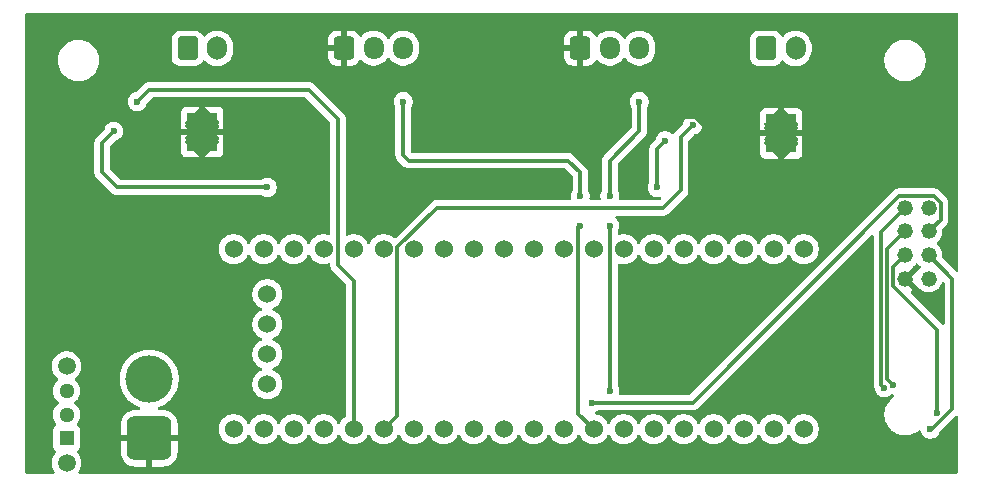
<source format=gbl>
G04 #@! TF.GenerationSoftware,KiCad,Pcbnew,9.0.2+dfsg-1*
G04 #@! TF.CreationDate,2025-08-18T11:49:20-04:00*
G04 #@! TF.ProjectId,Basic_Controller,42617369-635f-4436-9f6e-74726f6c6c65,rev?*
G04 #@! TF.SameCoordinates,Original*
G04 #@! TF.FileFunction,Copper,L2,Bot*
G04 #@! TF.FilePolarity,Positive*
%FSLAX46Y46*%
G04 Gerber Fmt 4.6, Leading zero omitted, Abs format (unit mm)*
G04 Created by KiCad (PCBNEW 9.0.2+dfsg-1) date 2025-08-18 11:49:20*
%MOMM*%
%LPD*%
G01*
G04 APERTURE LIST*
G04 Aperture macros list*
%AMRoundRect*
0 Rectangle with rounded corners*
0 $1 Rounding radius*
0 $2 $3 $4 $5 $6 $7 $8 $9 X,Y pos of 4 corners*
0 Add a 4 corners polygon primitive as box body*
4,1,4,$2,$3,$4,$5,$6,$7,$8,$9,$2,$3,0*
0 Add four circle primitives for the rounded corners*
1,1,$1+$1,$2,$3*
1,1,$1+$1,$4,$5*
1,1,$1+$1,$6,$7*
1,1,$1+$1,$8,$9*
0 Add four rect primitives between the rounded corners*
20,1,$1+$1,$2,$3,$4,$5,0*
20,1,$1+$1,$4,$5,$6,$7,0*
20,1,$1+$1,$6,$7,$8,$9,0*
20,1,$1+$1,$8,$9,$2,$3,0*%
G04 Aperture macros list end*
G04 #@! TA.AperFunction,ComponentPad*
%ADD10RoundRect,0.250000X-0.600000X-0.725000X0.600000X-0.725000X0.600000X0.725000X-0.600000X0.725000X0*%
G04 #@! TD*
G04 #@! TA.AperFunction,ComponentPad*
%ADD11O,1.700000X1.950000*%
G04 #@! TD*
G04 #@! TA.AperFunction,ComponentPad*
%ADD12C,0.630000*%
G04 #@! TD*
G04 #@! TA.AperFunction,SMDPad,CuDef*
%ADD13R,2.600000X3.300000*%
G04 #@! TD*
G04 #@! TA.AperFunction,ComponentPad*
%ADD14C,1.524000*%
G04 #@! TD*
G04 #@! TA.AperFunction,ComponentPad*
%ADD15RoundRect,0.250000X-0.600000X-0.750000X0.600000X-0.750000X0.600000X0.750000X-0.600000X0.750000X0*%
G04 #@! TD*
G04 #@! TA.AperFunction,ComponentPad*
%ADD16O,1.700000X2.000000*%
G04 #@! TD*
G04 #@! TA.AperFunction,ComponentPad*
%ADD17C,1.320800*%
G04 #@! TD*
G04 #@! TA.AperFunction,ComponentPad*
%ADD18RoundRect,0.760000X1.140000X-1.140000X1.140000X1.140000X-1.140000X1.140000X-1.140000X-1.140000X0*%
G04 #@! TD*
G04 #@! TA.AperFunction,ComponentPad*
%ADD19C,4.000000*%
G04 #@! TD*
G04 #@! TA.AperFunction,ComponentPad*
%ADD20R,1.295400X1.295400*%
G04 #@! TD*
G04 #@! TA.AperFunction,ComponentPad*
%ADD21C,1.295400*%
G04 #@! TD*
G04 #@! TA.AperFunction,ComponentPad*
%ADD22C,1.498600*%
G04 #@! TD*
G04 #@! TA.AperFunction,ViaPad*
%ADD23C,0.600000*%
G04 #@! TD*
G04 #@! TA.AperFunction,Conductor*
%ADD24C,0.300000*%
G04 #@! TD*
G04 #@! TA.AperFunction,Conductor*
%ADD25C,1.000000*%
G04 #@! TD*
G04 APERTURE END LIST*
D10*
X168000000Y-84975000D03*
D11*
X170500000Y-84975000D03*
X173000000Y-84975000D03*
D12*
X135337872Y-90777705D03*
X135337872Y-92077705D03*
X135337872Y-93377705D03*
D13*
X135987872Y-92077705D03*
D12*
X136637872Y-90777705D03*
X136637872Y-92077705D03*
X136637872Y-93377705D03*
D14*
X138660000Y-117240000D03*
X141200000Y-117240000D03*
X143740000Y-117240000D03*
X146280000Y-117240000D03*
X179300000Y-117240000D03*
X148820000Y-117240000D03*
X151360000Y-117240000D03*
X153900000Y-117240000D03*
X156440000Y-117240000D03*
X158980000Y-117240000D03*
X161520000Y-117240000D03*
X164060000Y-117240000D03*
X166600000Y-117240000D03*
X169140000Y-117240000D03*
X171680000Y-117240000D03*
X174220000Y-117240000D03*
X176760000Y-117240000D03*
X186920000Y-102000000D03*
X184380000Y-102000000D03*
X181840000Y-102000000D03*
X179300000Y-102000000D03*
X176760000Y-102000000D03*
X174220000Y-102000000D03*
X171680000Y-102000000D03*
X169140000Y-102000000D03*
X166600000Y-102000000D03*
X141500000Y-108350000D03*
X141500000Y-110890000D03*
X164060000Y-102000000D03*
X161520000Y-102000000D03*
X158980000Y-102000000D03*
X156440000Y-102000000D03*
X153900000Y-102000000D03*
X151360000Y-102000000D03*
X148820000Y-102000000D03*
X146280000Y-102000000D03*
X181840000Y-117240000D03*
X184380000Y-117240000D03*
X186920000Y-117240000D03*
X138660000Y-102000000D03*
X141200000Y-102000000D03*
X143740000Y-102000000D03*
X141500000Y-113430000D03*
X141500000Y-105810000D03*
D15*
X183729110Y-85000000D03*
D16*
X186229110Y-85000000D03*
D17*
X195500000Y-104500000D03*
X197500001Y-104500000D03*
X195500000Y-102500001D03*
X197500001Y-102500001D03*
X195500000Y-100500000D03*
X197500001Y-100500000D03*
X195500000Y-98500002D03*
X197500001Y-98500002D03*
D10*
X148000000Y-84975000D03*
D11*
X150500000Y-84975000D03*
X153000000Y-84975000D03*
D18*
X131500000Y-118000000D03*
D19*
X131500000Y-113000000D03*
D12*
X184357678Y-90889585D03*
X184357678Y-92189585D03*
X184357678Y-93489585D03*
D13*
X185007678Y-92189585D03*
D12*
X185657678Y-90889585D03*
X185657678Y-92189585D03*
X185657678Y-93489585D03*
D15*
X134750000Y-85000000D03*
D16*
X137250000Y-85000000D03*
D20*
X124500000Y-118000000D03*
D21*
X124500000Y-116000000D03*
X124500000Y-113999999D03*
D22*
X124500000Y-120100001D03*
X124500000Y-111900000D03*
D23*
X170500000Y-97500000D03*
X170500000Y-114000000D03*
X170500000Y-100000000D03*
X173000000Y-89500000D03*
X194500000Y-113500000D03*
X177500000Y-91500000D03*
X141500000Y-96774210D03*
X128500000Y-92000000D03*
X130500000Y-89500000D03*
X148000000Y-87000000D03*
X129000000Y-118000000D03*
X174500000Y-91500000D03*
X156000000Y-91500000D03*
X131500000Y-120500000D03*
X179500000Y-90000000D03*
X168000000Y-87000000D03*
X155500000Y-93000000D03*
X140235402Y-91123705D03*
X126000000Y-93000000D03*
X189255208Y-91235585D03*
X180500000Y-98000000D03*
X134000000Y-118000000D03*
X130500000Y-87500000D03*
X197637301Y-117250001D03*
X198195741Y-115868010D03*
X169000000Y-115000000D03*
X193732772Y-113726637D03*
X175175415Y-92824585D03*
X174500000Y-96774210D03*
X168000000Y-100000000D03*
X168000000Y-97500000D03*
X153000000Y-89500000D03*
D24*
X170500000Y-100000000D02*
X170500000Y-114000000D01*
X170500000Y-94500000D02*
X170500000Y-97500000D01*
X173000000Y-89500000D02*
X173000000Y-92000000D01*
X173000000Y-92000000D02*
X170500000Y-94500000D01*
X193987600Y-102012400D02*
X195500000Y-100500000D01*
X194500000Y-113500000D02*
X193987600Y-112987600D01*
X193987600Y-112987600D02*
X193987600Y-102012400D01*
X175000000Y-98500000D02*
X155825980Y-98500000D01*
X177500000Y-91500000D02*
X176500000Y-92500000D01*
X176500000Y-92500000D02*
X176500000Y-97000000D01*
X176500000Y-97000000D02*
X175000000Y-98500000D01*
X155825980Y-98500000D02*
X152473000Y-101852980D01*
X152473000Y-101852980D02*
X152473000Y-116127000D01*
X152473000Y-116127000D02*
X151360000Y-117240000D01*
X127500000Y-93000000D02*
X127500000Y-95500000D01*
X128500000Y-92000000D02*
X127500000Y-93000000D01*
X128774210Y-96774210D02*
X141500000Y-96774210D01*
X127500000Y-95500000D02*
X128774210Y-96774210D01*
X132000000Y-88500000D02*
X131500000Y-88500000D01*
X148820000Y-104680000D02*
X148820000Y-117240000D01*
X145000000Y-88500000D02*
X132000000Y-88500000D01*
X147500000Y-91000000D02*
X145000000Y-88500000D01*
X131500000Y-88500000D02*
X130500000Y-89500000D01*
X147500000Y-103360000D02*
X148820000Y-104680000D01*
X147500000Y-97500000D02*
X147500000Y-103360000D01*
X147500000Y-97500000D02*
X147500000Y-91000000D01*
D25*
X179500000Y-98000000D02*
X179000000Y-97500000D01*
X179000000Y-91584372D02*
X177914628Y-90499000D01*
X177914628Y-90499000D02*
X175501000Y-90499000D01*
X175501000Y-90499000D02*
X174500000Y-91500000D01*
X180500000Y-98000000D02*
X179500000Y-98000000D01*
X179000000Y-97500000D02*
X179000000Y-91584372D01*
D24*
X199500000Y-104500000D02*
X197500001Y-102500001D01*
X197693650Y-117193652D02*
X197806348Y-117193652D01*
X197637301Y-117250001D02*
X197693650Y-117193652D01*
X197806348Y-117193652D02*
X199500000Y-115500000D01*
X199500000Y-115500000D02*
X199500000Y-104500000D01*
X198195741Y-115868010D02*
X198195741Y-108844741D01*
X194488600Y-103511401D02*
X195500000Y-102500001D01*
X198195741Y-108844741D02*
X194488600Y-105137600D01*
X194488600Y-105137600D02*
X194488600Y-103511401D01*
X198511401Y-98081066D02*
X198511401Y-99488600D01*
X169000000Y-115000000D02*
X177500000Y-115000000D01*
X197918937Y-97488602D02*
X198511401Y-98081066D01*
X177500000Y-115000000D02*
X195011398Y-97488602D01*
X195011398Y-97488602D02*
X197918937Y-97488602D01*
X198511401Y-99488600D02*
X197500001Y-100500000D01*
X193732772Y-113726637D02*
X193486600Y-113480465D01*
X193486600Y-113480465D02*
X193486600Y-100513402D01*
X193486600Y-100513402D02*
X195500000Y-98500002D01*
X174500000Y-96774210D02*
X174500000Y-93500000D01*
X174500000Y-93500000D02*
X175175415Y-92824585D01*
X168000000Y-95500000D02*
X168000000Y-97500000D01*
X153500000Y-94500000D02*
X167000000Y-94500000D01*
X153000000Y-89500000D02*
X153000000Y-94000000D01*
X153000000Y-94000000D02*
X153500000Y-94500000D01*
X167000000Y-94500000D02*
X168000000Y-95500000D01*
X167839000Y-100161000D02*
X167839000Y-115939000D01*
X168000000Y-100000000D02*
X167839000Y-100161000D01*
X167839000Y-115939000D02*
X169140000Y-117240000D01*
G04 #@! TA.AperFunction,Conductor*
G36*
X199942539Y-82020185D02*
G01*
X199988294Y-82072989D01*
X199999500Y-82124500D01*
X199999500Y-103780192D01*
X199979815Y-103847231D01*
X199927011Y-103892986D01*
X199857853Y-103902930D01*
X199794297Y-103873905D01*
X199787819Y-103867873D01*
X198685124Y-102765178D01*
X198651639Y-102703855D01*
X198650332Y-102658098D01*
X198660901Y-102591370D01*
X198660901Y-102408630D01*
X198632316Y-102228159D01*
X198632316Y-102228156D01*
X198575849Y-102054370D01*
X198492892Y-101891557D01*
X198385486Y-101743725D01*
X198256277Y-101614516D01*
X198236734Y-101600317D01*
X198194069Y-101544989D01*
X198188090Y-101475375D01*
X198220695Y-101413580D01*
X198236731Y-101399685D01*
X198256277Y-101385485D01*
X198385486Y-101256276D01*
X198492892Y-101108444D01*
X198575849Y-100945631D01*
X198632316Y-100771845D01*
X198647829Y-100673902D01*
X198660901Y-100591370D01*
X198660901Y-100408632D01*
X198656236Y-100379179D01*
X198650331Y-100341900D01*
X198659285Y-100272609D01*
X198685118Y-100234827D01*
X199016678Y-99903269D01*
X199087867Y-99796726D01*
X199116590Y-99727379D01*
X199136902Y-99678344D01*
X199148343Y-99620827D01*
X199161901Y-99552671D01*
X199161901Y-98016994D01*
X199136903Y-97891326D01*
X199136901Y-97891320D01*
X199129932Y-97874497D01*
X199116590Y-97842287D01*
X199104534Y-97813180D01*
X199087869Y-97772944D01*
X199087863Y-97772934D01*
X199016679Y-97666398D01*
X199016673Y-97666391D01*
X198333610Y-96983328D01*
X198227071Y-96912142D01*
X198227064Y-96912137D01*
X198108681Y-96863101D01*
X198108675Y-96863099D01*
X197983008Y-96838102D01*
X197983006Y-96838102D01*
X194947329Y-96838102D01*
X194947327Y-96838102D01*
X194821659Y-96863099D01*
X194821649Y-96863102D01*
X194772618Y-96883412D01*
X194703279Y-96912132D01*
X194703261Y-96912142D01*
X194596730Y-96983323D01*
X194596723Y-96983329D01*
X177266873Y-114313181D01*
X177205550Y-114346666D01*
X177179192Y-114349500D01*
X171397757Y-114349500D01*
X171330718Y-114329815D01*
X171284963Y-114277011D01*
X171275019Y-114207853D01*
X171276140Y-114201308D01*
X171300500Y-114078844D01*
X171300500Y-113921155D01*
X171300499Y-113921153D01*
X171283688Y-113836641D01*
X171269737Y-113766503D01*
X171252810Y-113725637D01*
X171209397Y-113620828D01*
X171209396Y-113620827D01*
X171209394Y-113620821D01*
X171171396Y-113563953D01*
X171150520Y-113497276D01*
X171150500Y-113495064D01*
X171150500Y-103326097D01*
X171170185Y-103259058D01*
X171222989Y-103213303D01*
X171292147Y-103203359D01*
X171312810Y-103208163D01*
X171384364Y-103231413D01*
X171580639Y-103262500D01*
X171580640Y-103262500D01*
X171779360Y-103262500D01*
X171779361Y-103262500D01*
X171975636Y-103231413D01*
X172164632Y-103170005D01*
X172341694Y-103079787D01*
X172502464Y-102962981D01*
X172642981Y-102822464D01*
X172759787Y-102661694D01*
X172839515Y-102505218D01*
X172887490Y-102454423D01*
X172955311Y-102437628D01*
X173021446Y-102460165D01*
X173060484Y-102505218D01*
X173140213Y-102661694D01*
X173257019Y-102822464D01*
X173397536Y-102962981D01*
X173558306Y-103079787D01*
X173623796Y-103113156D01*
X173735367Y-103170005D01*
X173735370Y-103170006D01*
X173829866Y-103200709D01*
X173924364Y-103231413D01*
X174120639Y-103262500D01*
X174120640Y-103262500D01*
X174319360Y-103262500D01*
X174319361Y-103262500D01*
X174515636Y-103231413D01*
X174704632Y-103170005D01*
X174881694Y-103079787D01*
X175042464Y-102962981D01*
X175182981Y-102822464D01*
X175299787Y-102661694D01*
X175379515Y-102505218D01*
X175427490Y-102454423D01*
X175495311Y-102437628D01*
X175561446Y-102460165D01*
X175600484Y-102505218D01*
X175680213Y-102661694D01*
X175797019Y-102822464D01*
X175937536Y-102962981D01*
X176098306Y-103079787D01*
X176163796Y-103113156D01*
X176275367Y-103170005D01*
X176275370Y-103170006D01*
X176369866Y-103200709D01*
X176464364Y-103231413D01*
X176660639Y-103262500D01*
X176660640Y-103262500D01*
X176859360Y-103262500D01*
X176859361Y-103262500D01*
X177055636Y-103231413D01*
X177244632Y-103170005D01*
X177421694Y-103079787D01*
X177582464Y-102962981D01*
X177722981Y-102822464D01*
X177839787Y-102661694D01*
X177919515Y-102505218D01*
X177967490Y-102454423D01*
X178035311Y-102437628D01*
X178101446Y-102460165D01*
X178140484Y-102505218D01*
X178220213Y-102661694D01*
X178337019Y-102822464D01*
X178477536Y-102962981D01*
X178638306Y-103079787D01*
X178703796Y-103113156D01*
X178815367Y-103170005D01*
X178815370Y-103170006D01*
X178909866Y-103200709D01*
X179004364Y-103231413D01*
X179200639Y-103262500D01*
X179200640Y-103262500D01*
X179399360Y-103262500D01*
X179399361Y-103262500D01*
X179595636Y-103231413D01*
X179784632Y-103170005D01*
X179961694Y-103079787D01*
X180122464Y-102962981D01*
X180262981Y-102822464D01*
X180379787Y-102661694D01*
X180459515Y-102505218D01*
X180507490Y-102454423D01*
X180575311Y-102437628D01*
X180641446Y-102460165D01*
X180680484Y-102505218D01*
X180760213Y-102661694D01*
X180877019Y-102822464D01*
X181017536Y-102962981D01*
X181178306Y-103079787D01*
X181243796Y-103113156D01*
X181355367Y-103170005D01*
X181355370Y-103170006D01*
X181449866Y-103200709D01*
X181544364Y-103231413D01*
X181740639Y-103262500D01*
X181740640Y-103262500D01*
X181939360Y-103262500D01*
X181939361Y-103262500D01*
X182135636Y-103231413D01*
X182324632Y-103170005D01*
X182501694Y-103079787D01*
X182662464Y-102962981D01*
X182802981Y-102822464D01*
X182919787Y-102661694D01*
X182999515Y-102505218D01*
X183047490Y-102454423D01*
X183115311Y-102437628D01*
X183181446Y-102460165D01*
X183220484Y-102505218D01*
X183300213Y-102661694D01*
X183417019Y-102822464D01*
X183557536Y-102962981D01*
X183718306Y-103079787D01*
X183783796Y-103113156D01*
X183895367Y-103170005D01*
X183895370Y-103170006D01*
X183989866Y-103200709D01*
X184084364Y-103231413D01*
X184280639Y-103262500D01*
X184280640Y-103262500D01*
X184479360Y-103262500D01*
X184479361Y-103262500D01*
X184675636Y-103231413D01*
X184864632Y-103170005D01*
X185041694Y-103079787D01*
X185202464Y-102962981D01*
X185342981Y-102822464D01*
X185459787Y-102661694D01*
X185539515Y-102505218D01*
X185587490Y-102454423D01*
X185655311Y-102437628D01*
X185721446Y-102460165D01*
X185760484Y-102505218D01*
X185840213Y-102661694D01*
X185957019Y-102822464D01*
X186097536Y-102962981D01*
X186258306Y-103079787D01*
X186323796Y-103113156D01*
X186435367Y-103170005D01*
X186435370Y-103170006D01*
X186529866Y-103200709D01*
X186624364Y-103231413D01*
X186820639Y-103262500D01*
X186820640Y-103262500D01*
X187019360Y-103262500D01*
X187019361Y-103262500D01*
X187215636Y-103231413D01*
X187404632Y-103170005D01*
X187581694Y-103079787D01*
X187742464Y-102962981D01*
X187882981Y-102822464D01*
X187999787Y-102661694D01*
X188090005Y-102484632D01*
X188151413Y-102295636D01*
X188182500Y-102099361D01*
X188182500Y-101900639D01*
X188151413Y-101704364D01*
X188099820Y-101545576D01*
X188090006Y-101515370D01*
X188090005Y-101515367D01*
X187999786Y-101338305D01*
X187940190Y-101256278D01*
X187882981Y-101177536D01*
X187742464Y-101037019D01*
X187581694Y-100920213D01*
X187570499Y-100914509D01*
X187404632Y-100829994D01*
X187404629Y-100829993D01*
X187215637Y-100768587D01*
X187086615Y-100748152D01*
X187019361Y-100737500D01*
X186820639Y-100737500D01*
X186790832Y-100742221D01*
X186624362Y-100768587D01*
X186435370Y-100829993D01*
X186435367Y-100829994D01*
X186258305Y-100920213D01*
X186097533Y-101037021D01*
X185957021Y-101177533D01*
X185840213Y-101338305D01*
X185760485Y-101494780D01*
X185712510Y-101545576D01*
X185644689Y-101562371D01*
X185578554Y-101539833D01*
X185539515Y-101494780D01*
X185459786Y-101338305D01*
X185400190Y-101256278D01*
X185342981Y-101177536D01*
X185202464Y-101037019D01*
X185041694Y-100920213D01*
X185030499Y-100914509D01*
X184864632Y-100829994D01*
X184864629Y-100829993D01*
X184675637Y-100768587D01*
X184546615Y-100748152D01*
X184479361Y-100737500D01*
X184280639Y-100737500D01*
X184250832Y-100742221D01*
X184084362Y-100768587D01*
X183895370Y-100829993D01*
X183895367Y-100829994D01*
X183718305Y-100920213D01*
X183557533Y-101037021D01*
X183417021Y-101177533D01*
X183300213Y-101338305D01*
X183220485Y-101494780D01*
X183172510Y-101545576D01*
X183104689Y-101562371D01*
X183038554Y-101539833D01*
X182999515Y-101494780D01*
X182919786Y-101338305D01*
X182860190Y-101256278D01*
X182802981Y-101177536D01*
X182662464Y-101037019D01*
X182501694Y-100920213D01*
X182490499Y-100914509D01*
X182324632Y-100829994D01*
X182324629Y-100829993D01*
X182135637Y-100768587D01*
X182006615Y-100748152D01*
X181939361Y-100737500D01*
X181740639Y-100737500D01*
X181710832Y-100742221D01*
X181544362Y-100768587D01*
X181355370Y-100829993D01*
X181355367Y-100829994D01*
X181178305Y-100920213D01*
X181017533Y-101037021D01*
X180877021Y-101177533D01*
X180760213Y-101338305D01*
X180680485Y-101494780D01*
X180632510Y-101545576D01*
X180564689Y-101562371D01*
X180498554Y-101539833D01*
X180459515Y-101494780D01*
X180379786Y-101338305D01*
X180320190Y-101256278D01*
X180262981Y-101177536D01*
X180122464Y-101037019D01*
X179961694Y-100920213D01*
X179950499Y-100914509D01*
X179784632Y-100829994D01*
X179784629Y-100829993D01*
X179595637Y-100768587D01*
X179466615Y-100748152D01*
X179399361Y-100737500D01*
X179200639Y-100737500D01*
X179170832Y-100742221D01*
X179004362Y-100768587D01*
X178815370Y-100829993D01*
X178815367Y-100829994D01*
X178638305Y-100920213D01*
X178477533Y-101037021D01*
X178337021Y-101177533D01*
X178220213Y-101338305D01*
X178140485Y-101494780D01*
X178092510Y-101545576D01*
X178024689Y-101562371D01*
X177958554Y-101539833D01*
X177919515Y-101494780D01*
X177839786Y-101338305D01*
X177780190Y-101256278D01*
X177722981Y-101177536D01*
X177582464Y-101037019D01*
X177421694Y-100920213D01*
X177410499Y-100914509D01*
X177244632Y-100829994D01*
X177244629Y-100829993D01*
X177055637Y-100768587D01*
X176926615Y-100748152D01*
X176859361Y-100737500D01*
X176660639Y-100737500D01*
X176630832Y-100742221D01*
X176464362Y-100768587D01*
X176275370Y-100829993D01*
X176275367Y-100829994D01*
X176098305Y-100920213D01*
X175937533Y-101037021D01*
X175797021Y-101177533D01*
X175680213Y-101338305D01*
X175600485Y-101494780D01*
X175552510Y-101545576D01*
X175484689Y-101562371D01*
X175418554Y-101539833D01*
X175379515Y-101494780D01*
X175299786Y-101338305D01*
X175240190Y-101256278D01*
X175182981Y-101177536D01*
X175042464Y-101037019D01*
X174881694Y-100920213D01*
X174870499Y-100914509D01*
X174704632Y-100829994D01*
X174704629Y-100829993D01*
X174515637Y-100768587D01*
X174386615Y-100748152D01*
X174319361Y-100737500D01*
X174120639Y-100737500D01*
X174090832Y-100742221D01*
X173924362Y-100768587D01*
X173735370Y-100829993D01*
X173735367Y-100829994D01*
X173558305Y-100920213D01*
X173397533Y-101037021D01*
X173257021Y-101177533D01*
X173140213Y-101338305D01*
X173060485Y-101494780D01*
X173012510Y-101545576D01*
X172944689Y-101562371D01*
X172878554Y-101539833D01*
X172839515Y-101494780D01*
X172759786Y-101338305D01*
X172700190Y-101256278D01*
X172642981Y-101177536D01*
X172502464Y-101037019D01*
X172341694Y-100920213D01*
X172330499Y-100914509D01*
X172164632Y-100829994D01*
X172164629Y-100829993D01*
X171975637Y-100768587D01*
X171846615Y-100748152D01*
X171779361Y-100737500D01*
X171580639Y-100737500D01*
X171550832Y-100742221D01*
X171384362Y-100768587D01*
X171312818Y-100791833D01*
X171284698Y-100792636D01*
X171256853Y-100796640D01*
X171250241Y-100793620D01*
X171242976Y-100793828D01*
X171218887Y-100779301D01*
X171193297Y-100767615D01*
X171189366Y-100761499D01*
X171183144Y-100757747D01*
X171170733Y-100732504D01*
X171155523Y-100708837D01*
X171154046Y-100698564D01*
X171152316Y-100695046D01*
X171150500Y-100673902D01*
X171150500Y-100504935D01*
X171170185Y-100437896D01*
X171171366Y-100436090D01*
X171209394Y-100379179D01*
X171269737Y-100233497D01*
X171300500Y-100078842D01*
X171300500Y-99921158D01*
X171300500Y-99921155D01*
X171300499Y-99921153D01*
X171277580Y-99805932D01*
X171269737Y-99766503D01*
X171260302Y-99743724D01*
X171209397Y-99620827D01*
X171209390Y-99620814D01*
X171121789Y-99489711D01*
X171121786Y-99489707D01*
X171010291Y-99378212D01*
X171009379Y-99377603D01*
X171009008Y-99377160D01*
X171005581Y-99374347D01*
X171006114Y-99373696D01*
X170964573Y-99323990D01*
X170955866Y-99254666D01*
X170986020Y-99191638D01*
X171045463Y-99154918D01*
X171078269Y-99150500D01*
X175064071Y-99150500D01*
X175148615Y-99133682D01*
X175189744Y-99125501D01*
X175308127Y-99076465D01*
X175310962Y-99074570D01*
X175311923Y-99073929D01*
X175363295Y-99039603D01*
X175414669Y-99005277D01*
X177005276Y-97414670D01*
X177076465Y-97308127D01*
X177125501Y-97189744D01*
X177127345Y-97180475D01*
X177132735Y-97153382D01*
X177150500Y-97064071D01*
X177150500Y-93887429D01*
X183207678Y-93887429D01*
X183214079Y-93946957D01*
X183214081Y-93946964D01*
X183264323Y-94081671D01*
X183264327Y-94081678D01*
X183350487Y-94196772D01*
X183350490Y-94196775D01*
X183465584Y-94282935D01*
X183465591Y-94282939D01*
X183600298Y-94333181D01*
X183600305Y-94333183D01*
X183659833Y-94339584D01*
X183659850Y-94339585D01*
X184757678Y-94339585D01*
X184757678Y-94243139D01*
X184757677Y-94243138D01*
X185257678Y-94243138D01*
X185257678Y-94339585D01*
X186355506Y-94339585D01*
X186355522Y-94339584D01*
X186415050Y-94333183D01*
X186415057Y-94333181D01*
X186549764Y-94282939D01*
X186549771Y-94282935D01*
X186664865Y-94196775D01*
X186664868Y-94196772D01*
X186751028Y-94081678D01*
X186751032Y-94081671D01*
X186801274Y-93946964D01*
X186801276Y-93946957D01*
X186807677Y-93887429D01*
X186807678Y-93887412D01*
X186807678Y-92439585D01*
X186261231Y-92439585D01*
X186414989Y-92593343D01*
X186448474Y-92654666D01*
X186443490Y-92724358D01*
X186414990Y-92768705D01*
X186344110Y-92839585D01*
X186414990Y-92910465D01*
X186448475Y-92971788D01*
X186443491Y-93041480D01*
X186414990Y-93085827D01*
X185257678Y-94243138D01*
X184757677Y-94243138D01*
X183971303Y-93456764D01*
X184192678Y-93456764D01*
X184192678Y-93522406D01*
X184217797Y-93583050D01*
X184264213Y-93629466D01*
X184324857Y-93654585D01*
X184390499Y-93654585D01*
X184451143Y-93629466D01*
X184497559Y-93583050D01*
X184522678Y-93522406D01*
X184522678Y-93489585D01*
X184711232Y-93489585D01*
X184757678Y-93536030D01*
X184757678Y-93536029D01*
X185257678Y-93536029D01*
X185304123Y-93489585D01*
X185271302Y-93456764D01*
X185492678Y-93456764D01*
X185492678Y-93522406D01*
X185517797Y-93583050D01*
X185564213Y-93629466D01*
X185624857Y-93654585D01*
X185690499Y-93654585D01*
X185751143Y-93629466D01*
X185797559Y-93583050D01*
X185822678Y-93522406D01*
X185822678Y-93456764D01*
X185797559Y-93396120D01*
X185751143Y-93349704D01*
X185690499Y-93324585D01*
X185624857Y-93324585D01*
X185564213Y-93349704D01*
X185517797Y-93396120D01*
X185492678Y-93456764D01*
X185271302Y-93456764D01*
X185257678Y-93443140D01*
X185257678Y-93536029D01*
X184757678Y-93536029D01*
X184757678Y-93443139D01*
X184711232Y-93489585D01*
X184522678Y-93489585D01*
X184522678Y-93456764D01*
X184497559Y-93396120D01*
X184451143Y-93349704D01*
X184390499Y-93324585D01*
X184324857Y-93324585D01*
X184264213Y-93349704D01*
X184217797Y-93396120D01*
X184192678Y-93456764D01*
X183971303Y-93456764D01*
X183600366Y-93085827D01*
X183566881Y-93024504D01*
X183571865Y-92954812D01*
X183577613Y-92941752D01*
X183629785Y-92839585D01*
X184061232Y-92839585D01*
X184357678Y-93136031D01*
X184654124Y-92839585D01*
X185361232Y-92839585D01*
X185657678Y-93136031D01*
X185954124Y-92839585D01*
X185657678Y-92543139D01*
X185361232Y-92839585D01*
X184654124Y-92839585D01*
X184357678Y-92543139D01*
X184061232Y-92839585D01*
X183629785Y-92839585D01*
X183643800Y-92812139D01*
X183600366Y-92768705D01*
X183566881Y-92707382D01*
X183571865Y-92637690D01*
X183600366Y-92593343D01*
X183754124Y-92439585D01*
X183207678Y-92439585D01*
X183207678Y-93887429D01*
X177150500Y-93887429D01*
X177150500Y-92820807D01*
X177170185Y-92753768D01*
X177186815Y-92733130D01*
X177602931Y-92317013D01*
X177619096Y-92308186D01*
X177632250Y-92295288D01*
X177662542Y-92284463D01*
X177664252Y-92283530D01*
X177665438Y-92283278D01*
X177665876Y-92283186D01*
X177733497Y-92269737D01*
X177879179Y-92209394D01*
X177936385Y-92171170D01*
X177957945Y-92156764D01*
X184192678Y-92156764D01*
X184192678Y-92222406D01*
X184217797Y-92283050D01*
X184264213Y-92329466D01*
X184324857Y-92354585D01*
X184390499Y-92354585D01*
X184451143Y-92329466D01*
X184497559Y-92283050D01*
X184522678Y-92222406D01*
X184522678Y-92156764D01*
X185492678Y-92156764D01*
X185492678Y-92222406D01*
X185517797Y-92283050D01*
X185564213Y-92329466D01*
X185624857Y-92354585D01*
X185690499Y-92354585D01*
X185751143Y-92329466D01*
X185797559Y-92283050D01*
X185822678Y-92222406D01*
X185822678Y-92156764D01*
X185797559Y-92096120D01*
X185751143Y-92049704D01*
X185690499Y-92024585D01*
X185624857Y-92024585D01*
X185564213Y-92049704D01*
X185517797Y-92096120D01*
X185492678Y-92156764D01*
X184522678Y-92156764D01*
X184497559Y-92096120D01*
X184451143Y-92049704D01*
X184390499Y-92024585D01*
X184324857Y-92024585D01*
X184264213Y-92049704D01*
X184217797Y-92096120D01*
X184192678Y-92156764D01*
X177957945Y-92156764D01*
X178010291Y-92121788D01*
X178010292Y-92121786D01*
X178121786Y-92010292D01*
X178121789Y-92010289D01*
X178209394Y-91879179D01*
X178269737Y-91733497D01*
X178300500Y-91578842D01*
X178300500Y-91421158D01*
X178300500Y-91421155D01*
X178300499Y-91421153D01*
X178274531Y-91290606D01*
X178269737Y-91266503D01*
X178269735Y-91266498D01*
X178209397Y-91120827D01*
X178209390Y-91120814D01*
X178121789Y-90989711D01*
X178121786Y-90989707D01*
X178010292Y-90878213D01*
X178010288Y-90878210D01*
X177879185Y-90790609D01*
X177879172Y-90790602D01*
X177733501Y-90730264D01*
X177733489Y-90730261D01*
X177578845Y-90699500D01*
X177578842Y-90699500D01*
X177421158Y-90699500D01*
X177421155Y-90699500D01*
X177266510Y-90730261D01*
X177266498Y-90730264D01*
X177120827Y-90790602D01*
X177120814Y-90790609D01*
X176989711Y-90878210D01*
X176989707Y-90878213D01*
X176878213Y-90989707D01*
X176878210Y-90989711D01*
X176790609Y-91120814D01*
X176790602Y-91120827D01*
X176730264Y-91266498D01*
X176730261Y-91266508D01*
X176716920Y-91333579D01*
X176684535Y-91395490D01*
X176682984Y-91397068D01*
X175994725Y-92085328D01*
X175994724Y-92085329D01*
X175970365Y-92121786D01*
X175937369Y-92171170D01*
X175935421Y-92174085D01*
X175923533Y-92191876D01*
X175921691Y-92196323D01*
X175877846Y-92250723D01*
X175811550Y-92272783D01*
X175743852Y-92255499D01*
X175719452Y-92236543D01*
X175685707Y-92202798D01*
X175685703Y-92202795D01*
X175554600Y-92115194D01*
X175554587Y-92115187D01*
X175408916Y-92054849D01*
X175408904Y-92054846D01*
X175254260Y-92024085D01*
X175254257Y-92024085D01*
X175096573Y-92024085D01*
X175096570Y-92024085D01*
X174941925Y-92054846D01*
X174941913Y-92054849D01*
X174796242Y-92115187D01*
X174796229Y-92115194D01*
X174665126Y-92202795D01*
X174665122Y-92202798D01*
X174553628Y-92314292D01*
X174553625Y-92314296D01*
X174466024Y-92445399D01*
X174466017Y-92445412D01*
X174405679Y-92591083D01*
X174405676Y-92591093D01*
X174392335Y-92658164D01*
X174359950Y-92720075D01*
X174358399Y-92721653D01*
X173994722Y-93085331D01*
X173994717Y-93085337D01*
X173967885Y-93125498D01*
X173967883Y-93125501D01*
X173950119Y-93152086D01*
X173923534Y-93191873D01*
X173874499Y-93310255D01*
X173874497Y-93310261D01*
X173849500Y-93435928D01*
X173849500Y-96269274D01*
X173829815Y-96336313D01*
X173828603Y-96338164D01*
X173790608Y-96395027D01*
X173790602Y-96395038D01*
X173730264Y-96540708D01*
X173730261Y-96540720D01*
X173699500Y-96695363D01*
X173699500Y-96853056D01*
X173730261Y-97007699D01*
X173730264Y-97007711D01*
X173790602Y-97153382D01*
X173790609Y-97153395D01*
X173878210Y-97284498D01*
X173878213Y-97284502D01*
X173989707Y-97395996D01*
X173989711Y-97395999D01*
X174120814Y-97483600D01*
X174120827Y-97483607D01*
X174266498Y-97543945D01*
X174266503Y-97543947D01*
X174421153Y-97574709D01*
X174421156Y-97574710D01*
X174421158Y-97574710D01*
X174578844Y-97574710D01*
X174710326Y-97548556D01*
X174779918Y-97554783D01*
X174835095Y-97597646D01*
X174858340Y-97663535D01*
X174842272Y-97731532D01*
X174822200Y-97757853D01*
X174766874Y-97813180D01*
X174705551Y-97846666D01*
X174679192Y-97849500D01*
X171397757Y-97849500D01*
X171330718Y-97829815D01*
X171284963Y-97777011D01*
X171275019Y-97707853D01*
X171276140Y-97701308D01*
X171300500Y-97578844D01*
X171300500Y-97421155D01*
X171300499Y-97421153D01*
X171296234Y-97399710D01*
X171269737Y-97266503D01*
X171234102Y-97180472D01*
X171209397Y-97120828D01*
X171209396Y-97120827D01*
X171209394Y-97120821D01*
X171171396Y-97063953D01*
X171150520Y-96997276D01*
X171150500Y-96995064D01*
X171150500Y-94820808D01*
X171170185Y-94753769D01*
X171186819Y-94733127D01*
X173505273Y-92414673D01*
X173505277Y-92414669D01*
X173576465Y-92308127D01*
X173625501Y-92189744D01*
X173639018Y-92121789D01*
X173650500Y-92064069D01*
X173650500Y-90491740D01*
X183207678Y-90491740D01*
X183207678Y-91939585D01*
X183754124Y-91939585D01*
X183754124Y-91939584D01*
X183600366Y-91785826D01*
X183566881Y-91724503D01*
X183571865Y-91654811D01*
X183577613Y-91641751D01*
X183629785Y-91539585D01*
X184061232Y-91539585D01*
X184357678Y-91836031D01*
X184654124Y-91539585D01*
X185361232Y-91539585D01*
X185657678Y-91836031D01*
X185954124Y-91539585D01*
X185657678Y-91243139D01*
X185361232Y-91539585D01*
X184654124Y-91539585D01*
X184357678Y-91243139D01*
X184061232Y-91539585D01*
X183629785Y-91539585D01*
X183643800Y-91512139D01*
X183600366Y-91468705D01*
X183566881Y-91407382D01*
X183571865Y-91337690D01*
X183600366Y-91293343D01*
X184036945Y-90856764D01*
X184192678Y-90856764D01*
X184192678Y-90922406D01*
X184217797Y-90983050D01*
X184264213Y-91029466D01*
X184324857Y-91054585D01*
X184390499Y-91054585D01*
X184451143Y-91029466D01*
X184497559Y-90983050D01*
X184522678Y-90922406D01*
X184522678Y-90889585D01*
X184711232Y-90889585D01*
X184757678Y-90936030D01*
X184757678Y-90936029D01*
X185257678Y-90936029D01*
X185304123Y-90889585D01*
X185271302Y-90856764D01*
X185492678Y-90856764D01*
X185492678Y-90922406D01*
X185517797Y-90983050D01*
X185564213Y-91029466D01*
X185624857Y-91054585D01*
X185690499Y-91054585D01*
X185751143Y-91029466D01*
X185797559Y-90983050D01*
X185822678Y-90922406D01*
X185822678Y-90856764D01*
X185797559Y-90796120D01*
X185751143Y-90749704D01*
X185690499Y-90724585D01*
X185624857Y-90724585D01*
X185564213Y-90749704D01*
X185517797Y-90796120D01*
X185492678Y-90856764D01*
X185271302Y-90856764D01*
X185257678Y-90843140D01*
X185257678Y-90936029D01*
X184757678Y-90936029D01*
X184757678Y-90843139D01*
X184711232Y-90889585D01*
X184522678Y-90889585D01*
X184522678Y-90856764D01*
X184497559Y-90796120D01*
X184451143Y-90749704D01*
X184390499Y-90724585D01*
X184324857Y-90724585D01*
X184264213Y-90749704D01*
X184217797Y-90796120D01*
X184192678Y-90856764D01*
X184036945Y-90856764D01*
X184143167Y-90750542D01*
X184757677Y-90136031D01*
X185257678Y-90136031D01*
X186414990Y-91293343D01*
X186448475Y-91354666D01*
X186443491Y-91424358D01*
X186414990Y-91468705D01*
X186344110Y-91539585D01*
X186414989Y-91610464D01*
X186448474Y-91671787D01*
X186443490Y-91741479D01*
X186414989Y-91785826D01*
X186261231Y-91939583D01*
X186261232Y-91939585D01*
X186807678Y-91939585D01*
X186807678Y-90491757D01*
X186807677Y-90491740D01*
X186801276Y-90432212D01*
X186801274Y-90432205D01*
X186751032Y-90297498D01*
X186751028Y-90297491D01*
X186664868Y-90182397D01*
X186664865Y-90182394D01*
X186549771Y-90096234D01*
X186549764Y-90096230D01*
X186415057Y-90045988D01*
X186415050Y-90045986D01*
X186355522Y-90039585D01*
X185257678Y-90039585D01*
X185257678Y-90136031D01*
X184757677Y-90136031D01*
X184757678Y-90136030D01*
X184757678Y-90039585D01*
X183659833Y-90039585D01*
X183600305Y-90045986D01*
X183600298Y-90045988D01*
X183465591Y-90096230D01*
X183465584Y-90096234D01*
X183350490Y-90182394D01*
X183350487Y-90182397D01*
X183264327Y-90297491D01*
X183264323Y-90297498D01*
X183214081Y-90432205D01*
X183214079Y-90432212D01*
X183207678Y-90491740D01*
X173650500Y-90491740D01*
X173650500Y-90004935D01*
X173670185Y-89937896D01*
X173671366Y-89936090D01*
X173709394Y-89879179D01*
X173769737Y-89733497D01*
X173800500Y-89578842D01*
X173800500Y-89421158D01*
X173800500Y-89421155D01*
X173800499Y-89421153D01*
X173769738Y-89266510D01*
X173769737Y-89266503D01*
X173729841Y-89170185D01*
X173709397Y-89120827D01*
X173709390Y-89120814D01*
X173621789Y-88989711D01*
X173621786Y-88989707D01*
X173510292Y-88878213D01*
X173510288Y-88878210D01*
X173379185Y-88790609D01*
X173379172Y-88790602D01*
X173233501Y-88730264D01*
X173233489Y-88730261D01*
X173078845Y-88699500D01*
X173078842Y-88699500D01*
X172921158Y-88699500D01*
X172921155Y-88699500D01*
X172766510Y-88730261D01*
X172766498Y-88730264D01*
X172620827Y-88790602D01*
X172620814Y-88790609D01*
X172489711Y-88878210D01*
X172489707Y-88878213D01*
X172378213Y-88989707D01*
X172378210Y-88989711D01*
X172290609Y-89120814D01*
X172290602Y-89120827D01*
X172230264Y-89266498D01*
X172230261Y-89266510D01*
X172199500Y-89421153D01*
X172199500Y-89578846D01*
X172230261Y-89733489D01*
X172230264Y-89733501D01*
X172290602Y-89879172D01*
X172290606Y-89879179D01*
X172328602Y-89936044D01*
X172349480Y-90002721D01*
X172349500Y-90004935D01*
X172349500Y-91679192D01*
X172329815Y-91746231D01*
X172313181Y-91766873D01*
X169994722Y-94085331D01*
X169994717Y-94085337D01*
X169967885Y-94125498D01*
X169967883Y-94125501D01*
X169964036Y-94131259D01*
X169923534Y-94191873D01*
X169874499Y-94310255D01*
X169874497Y-94310261D01*
X169849500Y-94435928D01*
X169849500Y-96995064D01*
X169829815Y-97062103D01*
X169828603Y-97063954D01*
X169790608Y-97120817D01*
X169790602Y-97120828D01*
X169730264Y-97266498D01*
X169730261Y-97266510D01*
X169699500Y-97421153D01*
X169699500Y-97421158D01*
X169699500Y-97578842D01*
X169699500Y-97578844D01*
X169699499Y-97578844D01*
X169723860Y-97701308D01*
X169717633Y-97770900D01*
X169674770Y-97826077D01*
X169608880Y-97849322D01*
X169602243Y-97849500D01*
X168897757Y-97849500D01*
X168830718Y-97829815D01*
X168784963Y-97777011D01*
X168775019Y-97707853D01*
X168776140Y-97701308D01*
X168800500Y-97578844D01*
X168800500Y-97421155D01*
X168800499Y-97421153D01*
X168796234Y-97399710D01*
X168769737Y-97266503D01*
X168734102Y-97180472D01*
X168709397Y-97120828D01*
X168709396Y-97120827D01*
X168709394Y-97120821D01*
X168671396Y-97063953D01*
X168650520Y-96997276D01*
X168650500Y-96995064D01*
X168650500Y-95435928D01*
X168625502Y-95310260D01*
X168625500Y-95310254D01*
X168605189Y-95261221D01*
X168605187Y-95261216D01*
X168576468Y-95191878D01*
X168576462Y-95191868D01*
X168505278Y-95085332D01*
X168505272Y-95085325D01*
X167414673Y-93994726D01*
X167414669Y-93994723D01*
X167308127Y-93923535D01*
X167189744Y-93874499D01*
X167189738Y-93874497D01*
X167064071Y-93849500D01*
X167064069Y-93849500D01*
X153820808Y-93849500D01*
X153791367Y-93840855D01*
X153761381Y-93834332D01*
X153756365Y-93830577D01*
X153753769Y-93829815D01*
X153733127Y-93813181D01*
X153686819Y-93766873D01*
X153653334Y-93705550D01*
X153650500Y-93679192D01*
X153650500Y-90004935D01*
X153670185Y-89937896D01*
X153671366Y-89936090D01*
X153709394Y-89879179D01*
X153769737Y-89733497D01*
X153800500Y-89578842D01*
X153800500Y-89421158D01*
X153800500Y-89421155D01*
X153800499Y-89421153D01*
X153769738Y-89266510D01*
X153769737Y-89266503D01*
X153729841Y-89170185D01*
X153709397Y-89120827D01*
X153709390Y-89120814D01*
X153621789Y-88989711D01*
X153621786Y-88989707D01*
X153510292Y-88878213D01*
X153510288Y-88878210D01*
X153379185Y-88790609D01*
X153379172Y-88790602D01*
X153233501Y-88730264D01*
X153233489Y-88730261D01*
X153078845Y-88699500D01*
X153078842Y-88699500D01*
X152921158Y-88699500D01*
X152921155Y-88699500D01*
X152766510Y-88730261D01*
X152766498Y-88730264D01*
X152620827Y-88790602D01*
X152620814Y-88790609D01*
X152489711Y-88878210D01*
X152489707Y-88878213D01*
X152378213Y-88989707D01*
X152378210Y-88989711D01*
X152290609Y-89120814D01*
X152290602Y-89120827D01*
X152230264Y-89266498D01*
X152230261Y-89266510D01*
X152199500Y-89421153D01*
X152199500Y-89578846D01*
X152230261Y-89733489D01*
X152230264Y-89733501D01*
X152290602Y-89879172D01*
X152290606Y-89879179D01*
X152328602Y-89936044D01*
X152349480Y-90002721D01*
X152349500Y-90004935D01*
X152349500Y-94064069D01*
X152349500Y-94064071D01*
X152349499Y-94064071D01*
X152374497Y-94189738D01*
X152374499Y-94189744D01*
X152423535Y-94308127D01*
X152494723Y-94414669D01*
X152494726Y-94414673D01*
X153085326Y-95005273D01*
X153085329Y-95005275D01*
X153085331Y-95005277D01*
X153191873Y-95076465D01*
X153310256Y-95125501D01*
X153310260Y-95125501D01*
X153310261Y-95125502D01*
X153435928Y-95150500D01*
X153435931Y-95150500D01*
X153564069Y-95150500D01*
X166679192Y-95150500D01*
X166746231Y-95170185D01*
X166766873Y-95186819D01*
X167313181Y-95733127D01*
X167346666Y-95794450D01*
X167349500Y-95820808D01*
X167349500Y-96995064D01*
X167329815Y-97062103D01*
X167328603Y-97063954D01*
X167290608Y-97120817D01*
X167290602Y-97120828D01*
X167230264Y-97266498D01*
X167230261Y-97266510D01*
X167199500Y-97421153D01*
X167199500Y-97421158D01*
X167199500Y-97578842D01*
X167199500Y-97578844D01*
X167199499Y-97578844D01*
X167223860Y-97701308D01*
X167217633Y-97770900D01*
X167174770Y-97826077D01*
X167108880Y-97849322D01*
X167102243Y-97849500D01*
X155761909Y-97849500D01*
X155636241Y-97874497D01*
X155636235Y-97874499D01*
X155521836Y-97921885D01*
X155517853Y-97923534D01*
X155517846Y-97923538D01*
X155411312Y-97994721D01*
X155411305Y-97994727D01*
X152363420Y-101042613D01*
X152302097Y-101076098D01*
X152232405Y-101071114D01*
X152188058Y-101042613D01*
X152182466Y-101037021D01*
X152182464Y-101037019D01*
X152021694Y-100920213D01*
X152010499Y-100914509D01*
X151844632Y-100829994D01*
X151844629Y-100829993D01*
X151655637Y-100768587D01*
X151526615Y-100748152D01*
X151459361Y-100737500D01*
X151260639Y-100737500D01*
X151230832Y-100742221D01*
X151064362Y-100768587D01*
X150875370Y-100829993D01*
X150875367Y-100829994D01*
X150698305Y-100920213D01*
X150537533Y-101037021D01*
X150397021Y-101177533D01*
X150280213Y-101338305D01*
X150200485Y-101494780D01*
X150152510Y-101545576D01*
X150084689Y-101562371D01*
X150018554Y-101539833D01*
X149979515Y-101494780D01*
X149899786Y-101338305D01*
X149840190Y-101256278D01*
X149782981Y-101177536D01*
X149642464Y-101037019D01*
X149481694Y-100920213D01*
X149470499Y-100914509D01*
X149304632Y-100829994D01*
X149304629Y-100829993D01*
X149115637Y-100768587D01*
X148986615Y-100748152D01*
X148919361Y-100737500D01*
X148720639Y-100737500D01*
X148690832Y-100742221D01*
X148524362Y-100768587D01*
X148335370Y-100829993D01*
X148335356Y-100829999D01*
X148330786Y-100832328D01*
X148262116Y-100845219D01*
X148197377Y-100818937D01*
X148157125Y-100761828D01*
X148150500Y-100721839D01*
X148150500Y-90935928D01*
X148125502Y-90810261D01*
X148125501Y-90810260D01*
X148125501Y-90810256D01*
X148076465Y-90691873D01*
X148005277Y-90585331D01*
X148005275Y-90585329D01*
X148005273Y-90585326D01*
X145414673Y-87994726D01*
X145308134Y-87923540D01*
X145308127Y-87923535D01*
X145189744Y-87874499D01*
X145189738Y-87874497D01*
X145064071Y-87849500D01*
X145064069Y-87849500D01*
X132064069Y-87849500D01*
X131435931Y-87849500D01*
X131435929Y-87849500D01*
X131310261Y-87874497D01*
X131310251Y-87874500D01*
X131261220Y-87894810D01*
X131191881Y-87923530D01*
X131191863Y-87923540D01*
X131085332Y-87994721D01*
X131085325Y-87994727D01*
X130397068Y-88682984D01*
X130335745Y-88716469D01*
X130333579Y-88716920D01*
X130266508Y-88730261D01*
X130266498Y-88730264D01*
X130120827Y-88790602D01*
X130120814Y-88790609D01*
X129989711Y-88878210D01*
X129989707Y-88878213D01*
X129878213Y-88989707D01*
X129878210Y-88989711D01*
X129790609Y-89120814D01*
X129790602Y-89120827D01*
X129730264Y-89266498D01*
X129730261Y-89266510D01*
X129699500Y-89421153D01*
X129699500Y-89578846D01*
X129730261Y-89733489D01*
X129730264Y-89733501D01*
X129790602Y-89879172D01*
X129790609Y-89879185D01*
X129878210Y-90010288D01*
X129878213Y-90010292D01*
X129989707Y-90121786D01*
X129989711Y-90121789D01*
X130120814Y-90209390D01*
X130120827Y-90209397D01*
X130247812Y-90261995D01*
X130266503Y-90269737D01*
X130406031Y-90297491D01*
X130421153Y-90300499D01*
X130421156Y-90300500D01*
X130421158Y-90300500D01*
X130578844Y-90300500D01*
X130578845Y-90300499D01*
X130733497Y-90269737D01*
X130741894Y-90266258D01*
X130752189Y-90261995D01*
X130879172Y-90209397D01*
X130879172Y-90209396D01*
X130879179Y-90209394D01*
X131010289Y-90121789D01*
X131121789Y-90010289D01*
X131209394Y-89879179D01*
X131269737Y-89733497D01*
X131283079Y-89666416D01*
X131315463Y-89604509D01*
X131316956Y-89602988D01*
X131733127Y-89186819D01*
X131794450Y-89153334D01*
X131820808Y-89150500D01*
X131935931Y-89150500D01*
X144679192Y-89150500D01*
X144746231Y-89170185D01*
X144766873Y-89186819D01*
X146813181Y-91233127D01*
X146846666Y-91294450D01*
X146849500Y-91320808D01*
X146849500Y-100686898D01*
X146829815Y-100753937D01*
X146777011Y-100799692D01*
X146707853Y-100809636D01*
X146687183Y-100804829D01*
X146575638Y-100768587D01*
X146575639Y-100768587D01*
X146409168Y-100742221D01*
X146379361Y-100737500D01*
X146180639Y-100737500D01*
X146150832Y-100742221D01*
X145984362Y-100768587D01*
X145795370Y-100829993D01*
X145795367Y-100829994D01*
X145618305Y-100920213D01*
X145457533Y-101037021D01*
X145317021Y-101177533D01*
X145200213Y-101338305D01*
X145120485Y-101494780D01*
X145072510Y-101545576D01*
X145004689Y-101562371D01*
X144938554Y-101539833D01*
X144899515Y-101494780D01*
X144819786Y-101338305D01*
X144760190Y-101256278D01*
X144702981Y-101177536D01*
X144562464Y-101037019D01*
X144401694Y-100920213D01*
X144390499Y-100914509D01*
X144224632Y-100829994D01*
X144224629Y-100829993D01*
X144035637Y-100768587D01*
X143906615Y-100748152D01*
X143839361Y-100737500D01*
X143640639Y-100737500D01*
X143610832Y-100742221D01*
X143444362Y-100768587D01*
X143255370Y-100829993D01*
X143255367Y-100829994D01*
X143078305Y-100920213D01*
X142917533Y-101037021D01*
X142777021Y-101177533D01*
X142660213Y-101338305D01*
X142580485Y-101494780D01*
X142532510Y-101545576D01*
X142464689Y-101562371D01*
X142398554Y-101539833D01*
X142359515Y-101494780D01*
X142279786Y-101338305D01*
X142220190Y-101256278D01*
X142162981Y-101177536D01*
X142022464Y-101037019D01*
X141861694Y-100920213D01*
X141850499Y-100914509D01*
X141684632Y-100829994D01*
X141684629Y-100829993D01*
X141495637Y-100768587D01*
X141366615Y-100748152D01*
X141299361Y-100737500D01*
X141100639Y-100737500D01*
X141070832Y-100742221D01*
X140904362Y-100768587D01*
X140715370Y-100829993D01*
X140715367Y-100829994D01*
X140538305Y-100920213D01*
X140377533Y-101037021D01*
X140237021Y-101177533D01*
X140120213Y-101338305D01*
X140040485Y-101494780D01*
X139992510Y-101545576D01*
X139924689Y-101562371D01*
X139858554Y-101539833D01*
X139819515Y-101494780D01*
X139739786Y-101338305D01*
X139680190Y-101256278D01*
X139622981Y-101177536D01*
X139482464Y-101037019D01*
X139321694Y-100920213D01*
X139310499Y-100914509D01*
X139144632Y-100829994D01*
X139144629Y-100829993D01*
X138955637Y-100768587D01*
X138826615Y-100748152D01*
X138759361Y-100737500D01*
X138560639Y-100737500D01*
X138530832Y-100742221D01*
X138364362Y-100768587D01*
X138175370Y-100829993D01*
X138175367Y-100829994D01*
X137998305Y-100920213D01*
X137837533Y-101037021D01*
X137697021Y-101177533D01*
X137580213Y-101338305D01*
X137489994Y-101515367D01*
X137489993Y-101515370D01*
X137428587Y-101704362D01*
X137397500Y-101900639D01*
X137397500Y-102099360D01*
X137428587Y-102295637D01*
X137489993Y-102484629D01*
X137489994Y-102484632D01*
X137544379Y-102591366D01*
X137580213Y-102661694D01*
X137697019Y-102822464D01*
X137837536Y-102962981D01*
X137998306Y-103079787D01*
X138063796Y-103113156D01*
X138175367Y-103170005D01*
X138175370Y-103170006D01*
X138269866Y-103200709D01*
X138364364Y-103231413D01*
X138560639Y-103262500D01*
X138560640Y-103262500D01*
X138759360Y-103262500D01*
X138759361Y-103262500D01*
X138955636Y-103231413D01*
X139144632Y-103170005D01*
X139321694Y-103079787D01*
X139482464Y-102962981D01*
X139622981Y-102822464D01*
X139739787Y-102661694D01*
X139819515Y-102505218D01*
X139867490Y-102454423D01*
X139935311Y-102437628D01*
X140001446Y-102460165D01*
X140040484Y-102505218D01*
X140120213Y-102661694D01*
X140237019Y-102822464D01*
X140377536Y-102962981D01*
X140538306Y-103079787D01*
X140603796Y-103113156D01*
X140715367Y-103170005D01*
X140715370Y-103170006D01*
X140809866Y-103200709D01*
X140904364Y-103231413D01*
X141100639Y-103262500D01*
X141100640Y-103262500D01*
X141299360Y-103262500D01*
X141299361Y-103262500D01*
X141495636Y-103231413D01*
X141684632Y-103170005D01*
X141861694Y-103079787D01*
X142022464Y-102962981D01*
X142162981Y-102822464D01*
X142279787Y-102661694D01*
X142359515Y-102505218D01*
X142407490Y-102454423D01*
X142475311Y-102437628D01*
X142541446Y-102460165D01*
X142580484Y-102505218D01*
X142660213Y-102661694D01*
X142777019Y-102822464D01*
X142917536Y-102962981D01*
X143078306Y-103079787D01*
X143143796Y-103113156D01*
X143255367Y-103170005D01*
X143255370Y-103170006D01*
X143349866Y-103200709D01*
X143444364Y-103231413D01*
X143640639Y-103262500D01*
X143640640Y-103262500D01*
X143839360Y-103262500D01*
X143839361Y-103262500D01*
X144035636Y-103231413D01*
X144224632Y-103170005D01*
X144401694Y-103079787D01*
X144562464Y-102962981D01*
X144702981Y-102822464D01*
X144819787Y-102661694D01*
X144899515Y-102505218D01*
X144947490Y-102454423D01*
X145015311Y-102437628D01*
X145081446Y-102460165D01*
X145120484Y-102505218D01*
X145200213Y-102661694D01*
X145317019Y-102822464D01*
X145457536Y-102962981D01*
X145618306Y-103079787D01*
X145683796Y-103113156D01*
X145795367Y-103170005D01*
X145795370Y-103170006D01*
X145889866Y-103200709D01*
X145984364Y-103231413D01*
X146180639Y-103262500D01*
X146180640Y-103262500D01*
X146379360Y-103262500D01*
X146379361Y-103262500D01*
X146575636Y-103231413D01*
X146663310Y-103202926D01*
X146687182Y-103195170D01*
X146710130Y-103194514D01*
X146732489Y-103189298D01*
X146744393Y-103193535D01*
X146757023Y-103193175D01*
X146776683Y-103205030D01*
X146798312Y-103212730D01*
X146806034Y-103222729D01*
X146816856Y-103229255D01*
X146826987Y-103249860D01*
X146841018Y-103268029D01*
X146844179Y-103284827D01*
X146847684Y-103291956D01*
X146849037Y-103302400D01*
X146849500Y-103307745D01*
X146849500Y-103424069D01*
X146866018Y-103507109D01*
X146867348Y-103513798D01*
X146867349Y-103513802D01*
X146874496Y-103549737D01*
X146874498Y-103549742D01*
X146908702Y-103632316D01*
X146923535Y-103668127D01*
X146974047Y-103743724D01*
X146994726Y-103774673D01*
X146994727Y-103774674D01*
X148133181Y-104913127D01*
X148166666Y-104974450D01*
X148169500Y-105000808D01*
X148169500Y-116088899D01*
X148149815Y-116155938D01*
X148118385Y-116189217D01*
X147997539Y-116277016D01*
X147997533Y-116277021D01*
X147857021Y-116417533D01*
X147740213Y-116578305D01*
X147660485Y-116734780D01*
X147612510Y-116785576D01*
X147544689Y-116802371D01*
X147478554Y-116779833D01*
X147439515Y-116734780D01*
X147371753Y-116601791D01*
X147359787Y-116578306D01*
X147242981Y-116417536D01*
X147102464Y-116277019D01*
X146941694Y-116160213D01*
X146930499Y-116154509D01*
X146764632Y-116069994D01*
X146764629Y-116069993D01*
X146575637Y-116008587D01*
X146477498Y-115993043D01*
X146379361Y-115977500D01*
X146180639Y-115977500D01*
X146115214Y-115987862D01*
X145984362Y-116008587D01*
X145795370Y-116069993D01*
X145795367Y-116069994D01*
X145618305Y-116160213D01*
X145457533Y-116277021D01*
X145317021Y-116417533D01*
X145200213Y-116578305D01*
X145120485Y-116734780D01*
X145072510Y-116785576D01*
X145004689Y-116802371D01*
X144938554Y-116779833D01*
X144899515Y-116734780D01*
X144831753Y-116601791D01*
X144819787Y-116578306D01*
X144702981Y-116417536D01*
X144562464Y-116277019D01*
X144401694Y-116160213D01*
X144390499Y-116154509D01*
X144224632Y-116069994D01*
X144224629Y-116069993D01*
X144035637Y-116008587D01*
X143937498Y-115993043D01*
X143839361Y-115977500D01*
X143640639Y-115977500D01*
X143575214Y-115987862D01*
X143444362Y-116008587D01*
X143255370Y-116069993D01*
X143255367Y-116069994D01*
X143078305Y-116160213D01*
X142917533Y-116277021D01*
X142777021Y-116417533D01*
X142660213Y-116578305D01*
X142580485Y-116734780D01*
X142532510Y-116785576D01*
X142464689Y-116802371D01*
X142398554Y-116779833D01*
X142359515Y-116734780D01*
X142291753Y-116601791D01*
X142279787Y-116578306D01*
X142162981Y-116417536D01*
X142022464Y-116277019D01*
X141861694Y-116160213D01*
X141850499Y-116154509D01*
X141684632Y-116069994D01*
X141684629Y-116069993D01*
X141495637Y-116008587D01*
X141397498Y-115993043D01*
X141299361Y-115977500D01*
X141100639Y-115977500D01*
X141035214Y-115987862D01*
X140904362Y-116008587D01*
X140715370Y-116069993D01*
X140715367Y-116069994D01*
X140538305Y-116160213D01*
X140377533Y-116277021D01*
X140237021Y-116417533D01*
X140120213Y-116578305D01*
X140040485Y-116734780D01*
X139992510Y-116785576D01*
X139924689Y-116802371D01*
X139858554Y-116779833D01*
X139819515Y-116734780D01*
X139751753Y-116601791D01*
X139739787Y-116578306D01*
X139622981Y-116417536D01*
X139482464Y-116277019D01*
X139321694Y-116160213D01*
X139310499Y-116154509D01*
X139144632Y-116069994D01*
X139144629Y-116069993D01*
X138955637Y-116008587D01*
X138857498Y-115993043D01*
X138759361Y-115977500D01*
X138560639Y-115977500D01*
X138495214Y-115987862D01*
X138364362Y-116008587D01*
X138175370Y-116069993D01*
X138175367Y-116069994D01*
X137998305Y-116160213D01*
X137837533Y-116277021D01*
X137697021Y-116417533D01*
X137580213Y-116578305D01*
X137489994Y-116755367D01*
X137489993Y-116755370D01*
X137428587Y-116944362D01*
X137397500Y-117140639D01*
X137397500Y-117339360D01*
X137428587Y-117535637D01*
X137489993Y-117724629D01*
X137489994Y-117724632D01*
X137564976Y-117871790D01*
X137580213Y-117901694D01*
X137697019Y-118062464D01*
X137837536Y-118202981D01*
X137998306Y-118319787D01*
X138085149Y-118364035D01*
X138175367Y-118410005D01*
X138175370Y-118410006D01*
X138269866Y-118440709D01*
X138364364Y-118471413D01*
X138560639Y-118502500D01*
X138560640Y-118502500D01*
X138759360Y-118502500D01*
X138759361Y-118502500D01*
X138955636Y-118471413D01*
X139144632Y-118410005D01*
X139321694Y-118319787D01*
X139482464Y-118202981D01*
X139622981Y-118062464D01*
X139739787Y-117901694D01*
X139819515Y-117745218D01*
X139867490Y-117694423D01*
X139935311Y-117677628D01*
X140001446Y-117700165D01*
X140040484Y-117745218D01*
X140120213Y-117901694D01*
X140237019Y-118062464D01*
X140377536Y-118202981D01*
X140538306Y-118319787D01*
X140625149Y-118364035D01*
X140715367Y-118410005D01*
X140715370Y-118410006D01*
X140809866Y-118440709D01*
X140904364Y-118471413D01*
X141100639Y-118502500D01*
X141100640Y-118502500D01*
X141299360Y-118502500D01*
X141299361Y-118502500D01*
X141495636Y-118471413D01*
X141684632Y-118410005D01*
X141861694Y-118319787D01*
X142022464Y-118202981D01*
X142162981Y-118062464D01*
X142279787Y-117901694D01*
X142359515Y-117745218D01*
X142407490Y-117694423D01*
X142475311Y-117677628D01*
X142541446Y-117700165D01*
X142580484Y-117745218D01*
X142660213Y-117901694D01*
X142777019Y-118062464D01*
X142917536Y-118202981D01*
X143078306Y-118319787D01*
X143165149Y-118364035D01*
X143255367Y-118410005D01*
X143255370Y-118410006D01*
X143349866Y-118440709D01*
X143444364Y-118471413D01*
X143640639Y-118502500D01*
X143640640Y-118502500D01*
X143839360Y-118502500D01*
X143839361Y-118502500D01*
X144035636Y-118471413D01*
X144224632Y-118410005D01*
X144401694Y-118319787D01*
X144562464Y-118202981D01*
X144702981Y-118062464D01*
X144819787Y-117901694D01*
X144899515Y-117745218D01*
X144947490Y-117694423D01*
X145015311Y-117677628D01*
X145081446Y-117700165D01*
X145120484Y-117745218D01*
X145200213Y-117901694D01*
X145317019Y-118062464D01*
X145457536Y-118202981D01*
X145618306Y-118319787D01*
X145705149Y-118364035D01*
X145795367Y-118410005D01*
X145795370Y-118410006D01*
X145889866Y-118440709D01*
X145984364Y-118471413D01*
X146180639Y-118502500D01*
X146180640Y-118502500D01*
X146379360Y-118502500D01*
X146379361Y-118502500D01*
X146575636Y-118471413D01*
X146764632Y-118410005D01*
X146941694Y-118319787D01*
X147102464Y-118202981D01*
X147242981Y-118062464D01*
X147359787Y-117901694D01*
X147439515Y-117745218D01*
X147487490Y-117694423D01*
X147555311Y-117677628D01*
X147621446Y-117700165D01*
X147660484Y-117745218D01*
X147740213Y-117901694D01*
X147857019Y-118062464D01*
X147997536Y-118202981D01*
X148158306Y-118319787D01*
X148245149Y-118364035D01*
X148335367Y-118410005D01*
X148335370Y-118410006D01*
X148429866Y-118440709D01*
X148524364Y-118471413D01*
X148720639Y-118502500D01*
X148720640Y-118502500D01*
X148919360Y-118502500D01*
X148919361Y-118502500D01*
X149115636Y-118471413D01*
X149304632Y-118410005D01*
X149481694Y-118319787D01*
X149642464Y-118202981D01*
X149782981Y-118062464D01*
X149899787Y-117901694D01*
X149979515Y-117745218D01*
X150027490Y-117694423D01*
X150095311Y-117677628D01*
X150161446Y-117700165D01*
X150200484Y-117745218D01*
X150280213Y-117901694D01*
X150397019Y-118062464D01*
X150537536Y-118202981D01*
X150698306Y-118319787D01*
X150785149Y-118364035D01*
X150875367Y-118410005D01*
X150875370Y-118410006D01*
X150969866Y-118440709D01*
X151064364Y-118471413D01*
X151260639Y-118502500D01*
X151260640Y-118502500D01*
X151459360Y-118502500D01*
X151459361Y-118502500D01*
X151655636Y-118471413D01*
X151844632Y-118410005D01*
X152021694Y-118319787D01*
X152182464Y-118202981D01*
X152322981Y-118062464D01*
X152439787Y-117901694D01*
X152519515Y-117745218D01*
X152567490Y-117694423D01*
X152635311Y-117677628D01*
X152701446Y-117700165D01*
X152740484Y-117745218D01*
X152820213Y-117901694D01*
X152937019Y-118062464D01*
X153077536Y-118202981D01*
X153238306Y-118319787D01*
X153325149Y-118364035D01*
X153415367Y-118410005D01*
X153415370Y-118410006D01*
X153509866Y-118440709D01*
X153604364Y-118471413D01*
X153800639Y-118502500D01*
X153800640Y-118502500D01*
X153999360Y-118502500D01*
X153999361Y-118502500D01*
X154195636Y-118471413D01*
X154384632Y-118410005D01*
X154561694Y-118319787D01*
X154722464Y-118202981D01*
X154862981Y-118062464D01*
X154979787Y-117901694D01*
X155059515Y-117745218D01*
X155107490Y-117694423D01*
X155175311Y-117677628D01*
X155241446Y-117700165D01*
X155280484Y-117745218D01*
X155360213Y-117901694D01*
X155477019Y-118062464D01*
X155617536Y-118202981D01*
X155778306Y-118319787D01*
X155865149Y-118364035D01*
X155955367Y-118410005D01*
X155955370Y-118410006D01*
X156049866Y-118440709D01*
X156144364Y-118471413D01*
X156340639Y-118502500D01*
X156340640Y-118502500D01*
X156539360Y-118502500D01*
X156539361Y-118502500D01*
X156735636Y-118471413D01*
X156924632Y-118410005D01*
X157101694Y-118319787D01*
X157262464Y-118202981D01*
X157402981Y-118062464D01*
X157519787Y-117901694D01*
X157599515Y-117745218D01*
X157647490Y-117694423D01*
X157715311Y-117677628D01*
X157781446Y-117700165D01*
X157820484Y-117745218D01*
X157900213Y-117901694D01*
X158017019Y-118062464D01*
X158157536Y-118202981D01*
X158318306Y-118319787D01*
X158405149Y-118364035D01*
X158495367Y-118410005D01*
X158495370Y-118410006D01*
X158589866Y-118440709D01*
X158684364Y-118471413D01*
X158880639Y-118502500D01*
X158880640Y-118502500D01*
X159079360Y-118502500D01*
X159079361Y-118502500D01*
X159275636Y-118471413D01*
X159464632Y-118410005D01*
X159641694Y-118319787D01*
X159802464Y-118202981D01*
X159942981Y-118062464D01*
X160059787Y-117901694D01*
X160139515Y-117745218D01*
X160187490Y-117694423D01*
X160255311Y-117677628D01*
X160321446Y-117700165D01*
X160360484Y-117745218D01*
X160440213Y-117901694D01*
X160557019Y-118062464D01*
X160697536Y-118202981D01*
X160858306Y-118319787D01*
X160945149Y-118364035D01*
X161035367Y-118410005D01*
X161035370Y-118410006D01*
X161129866Y-118440709D01*
X161224364Y-118471413D01*
X161420639Y-118502500D01*
X161420640Y-118502500D01*
X161619360Y-118502500D01*
X161619361Y-118502500D01*
X161815636Y-118471413D01*
X162004632Y-118410005D01*
X162181694Y-118319787D01*
X162342464Y-118202981D01*
X162482981Y-118062464D01*
X162599787Y-117901694D01*
X162679515Y-117745218D01*
X162727490Y-117694423D01*
X162795311Y-117677628D01*
X162861446Y-117700165D01*
X162900484Y-117745218D01*
X162980213Y-117901694D01*
X163097019Y-118062464D01*
X163237536Y-118202981D01*
X163398306Y-118319787D01*
X163485149Y-118364035D01*
X163575367Y-118410005D01*
X163575370Y-118410006D01*
X163669866Y-118440709D01*
X163764364Y-118471413D01*
X163960639Y-118502500D01*
X163960640Y-118502500D01*
X164159360Y-118502500D01*
X164159361Y-118502500D01*
X164355636Y-118471413D01*
X164544632Y-118410005D01*
X164721694Y-118319787D01*
X164882464Y-118202981D01*
X165022981Y-118062464D01*
X165139787Y-117901694D01*
X165219515Y-117745218D01*
X165267490Y-117694423D01*
X165335311Y-117677628D01*
X165401446Y-117700165D01*
X165440484Y-117745218D01*
X165520213Y-117901694D01*
X165637019Y-118062464D01*
X165777536Y-118202981D01*
X165938306Y-118319787D01*
X166025149Y-118364035D01*
X166115367Y-118410005D01*
X166115370Y-118410006D01*
X166209866Y-118440709D01*
X166304364Y-118471413D01*
X166500639Y-118502500D01*
X166500640Y-118502500D01*
X166699360Y-118502500D01*
X166699361Y-118502500D01*
X166895636Y-118471413D01*
X167084632Y-118410005D01*
X167261694Y-118319787D01*
X167422464Y-118202981D01*
X167562981Y-118062464D01*
X167679787Y-117901694D01*
X167759515Y-117745218D01*
X167807490Y-117694423D01*
X167875311Y-117677628D01*
X167941446Y-117700165D01*
X167980484Y-117745218D01*
X168060213Y-117901694D01*
X168177019Y-118062464D01*
X168317536Y-118202981D01*
X168478306Y-118319787D01*
X168565149Y-118364035D01*
X168655367Y-118410005D01*
X168655370Y-118410006D01*
X168749866Y-118440709D01*
X168844364Y-118471413D01*
X169040639Y-118502500D01*
X169040640Y-118502500D01*
X169239360Y-118502500D01*
X169239361Y-118502500D01*
X169435636Y-118471413D01*
X169624632Y-118410005D01*
X169801694Y-118319787D01*
X169962464Y-118202981D01*
X170102981Y-118062464D01*
X170219787Y-117901694D01*
X170299515Y-117745218D01*
X170347490Y-117694423D01*
X170415311Y-117677628D01*
X170481446Y-117700165D01*
X170520484Y-117745218D01*
X170600213Y-117901694D01*
X170717019Y-118062464D01*
X170857536Y-118202981D01*
X171018306Y-118319787D01*
X171105149Y-118364035D01*
X171195367Y-118410005D01*
X171195370Y-118410006D01*
X171289866Y-118440709D01*
X171384364Y-118471413D01*
X171580639Y-118502500D01*
X171580640Y-118502500D01*
X171779360Y-118502500D01*
X171779361Y-118502500D01*
X171975636Y-118471413D01*
X172164632Y-118410005D01*
X172341694Y-118319787D01*
X172502464Y-118202981D01*
X172642981Y-118062464D01*
X172759787Y-117901694D01*
X172839515Y-117745218D01*
X172887490Y-117694423D01*
X172955311Y-117677628D01*
X173021446Y-117700165D01*
X173060484Y-117745218D01*
X173140213Y-117901694D01*
X173257019Y-118062464D01*
X173397536Y-118202981D01*
X173558306Y-118319787D01*
X173645149Y-118364035D01*
X173735367Y-118410005D01*
X173735370Y-118410006D01*
X173829866Y-118440709D01*
X173924364Y-118471413D01*
X174120639Y-118502500D01*
X174120640Y-118502500D01*
X174319360Y-118502500D01*
X174319361Y-118502500D01*
X174515636Y-118471413D01*
X174704632Y-118410005D01*
X174881694Y-118319787D01*
X175042464Y-118202981D01*
X175182981Y-118062464D01*
X175299787Y-117901694D01*
X175379515Y-117745218D01*
X175427490Y-117694423D01*
X175495311Y-117677628D01*
X175561446Y-117700165D01*
X175600484Y-117745218D01*
X175680213Y-117901694D01*
X175797019Y-118062464D01*
X175937536Y-118202981D01*
X176098306Y-118319787D01*
X176185149Y-118364035D01*
X176275367Y-118410005D01*
X176275370Y-118410006D01*
X176369866Y-118440709D01*
X176464364Y-118471413D01*
X176660639Y-118502500D01*
X176660640Y-118502500D01*
X176859360Y-118502500D01*
X176859361Y-118502500D01*
X177055636Y-118471413D01*
X177244632Y-118410005D01*
X177421694Y-118319787D01*
X177582464Y-118202981D01*
X177722981Y-118062464D01*
X177839787Y-117901694D01*
X177919515Y-117745218D01*
X177967490Y-117694423D01*
X178035311Y-117677628D01*
X178101446Y-117700165D01*
X178140484Y-117745218D01*
X178220213Y-117901694D01*
X178337019Y-118062464D01*
X178477536Y-118202981D01*
X178638306Y-118319787D01*
X178725149Y-118364035D01*
X178815367Y-118410005D01*
X178815370Y-118410006D01*
X178909866Y-118440709D01*
X179004364Y-118471413D01*
X179200639Y-118502500D01*
X179200640Y-118502500D01*
X179399360Y-118502500D01*
X179399361Y-118502500D01*
X179595636Y-118471413D01*
X179784632Y-118410005D01*
X179961694Y-118319787D01*
X180122464Y-118202981D01*
X180262981Y-118062464D01*
X180379787Y-117901694D01*
X180459515Y-117745218D01*
X180507490Y-117694423D01*
X180575311Y-117677628D01*
X180641446Y-117700165D01*
X180680484Y-117745218D01*
X180760213Y-117901694D01*
X180877019Y-118062464D01*
X181017536Y-118202981D01*
X181178306Y-118319787D01*
X181265149Y-118364035D01*
X181355367Y-118410005D01*
X181355370Y-118410006D01*
X181449866Y-118440709D01*
X181544364Y-118471413D01*
X181740639Y-118502500D01*
X181740640Y-118502500D01*
X181939360Y-118502500D01*
X181939361Y-118502500D01*
X182135636Y-118471413D01*
X182324632Y-118410005D01*
X182501694Y-118319787D01*
X182662464Y-118202981D01*
X182802981Y-118062464D01*
X182919787Y-117901694D01*
X182999515Y-117745218D01*
X183047490Y-117694423D01*
X183115311Y-117677628D01*
X183181446Y-117700165D01*
X183220484Y-117745218D01*
X183300213Y-117901694D01*
X183417019Y-118062464D01*
X183557536Y-118202981D01*
X183718306Y-118319787D01*
X183805149Y-118364035D01*
X183895367Y-118410005D01*
X183895370Y-118410006D01*
X183989866Y-118440709D01*
X184084364Y-118471413D01*
X184280639Y-118502500D01*
X184280640Y-118502500D01*
X184479360Y-118502500D01*
X184479361Y-118502500D01*
X184675636Y-118471413D01*
X184864632Y-118410005D01*
X185041694Y-118319787D01*
X185202464Y-118202981D01*
X185342981Y-118062464D01*
X185459787Y-117901694D01*
X185539515Y-117745218D01*
X185587490Y-117694423D01*
X185655311Y-117677628D01*
X185721446Y-117700165D01*
X185760484Y-117745218D01*
X185840213Y-117901694D01*
X185957019Y-118062464D01*
X186097536Y-118202981D01*
X186258306Y-118319787D01*
X186345149Y-118364035D01*
X186435367Y-118410005D01*
X186435370Y-118410006D01*
X186529866Y-118440709D01*
X186624364Y-118471413D01*
X186820639Y-118502500D01*
X186820640Y-118502500D01*
X187019360Y-118502500D01*
X187019361Y-118502500D01*
X187215636Y-118471413D01*
X187404632Y-118410005D01*
X187581694Y-118319787D01*
X187742464Y-118202981D01*
X187882981Y-118062464D01*
X187999787Y-117901694D01*
X188090005Y-117724632D01*
X188151413Y-117535636D01*
X188182500Y-117339361D01*
X188182500Y-117140639D01*
X188151413Y-116944364D01*
X188105277Y-116802371D01*
X188090006Y-116755370D01*
X188090005Y-116755367D01*
X188011753Y-116601791D01*
X187999787Y-116578306D01*
X187882981Y-116417536D01*
X187742464Y-116277019D01*
X187581694Y-116160213D01*
X187570499Y-116154509D01*
X187404632Y-116069994D01*
X187404629Y-116069993D01*
X187215637Y-116008587D01*
X187117498Y-115993043D01*
X187019361Y-115977500D01*
X186820639Y-115977500D01*
X186755214Y-115987862D01*
X186624362Y-116008587D01*
X186435370Y-116069993D01*
X186435367Y-116069994D01*
X186258305Y-116160213D01*
X186097533Y-116277021D01*
X185957021Y-116417533D01*
X185840213Y-116578305D01*
X185760485Y-116734780D01*
X185712510Y-116785576D01*
X185644689Y-116802371D01*
X185578554Y-116779833D01*
X185539515Y-116734780D01*
X185471753Y-116601791D01*
X185459787Y-116578306D01*
X185342981Y-116417536D01*
X185202464Y-116277019D01*
X185041694Y-116160213D01*
X185030499Y-116154509D01*
X184864632Y-116069994D01*
X184864629Y-116069993D01*
X184675637Y-116008587D01*
X184577498Y-115993043D01*
X184479361Y-115977500D01*
X184280639Y-115977500D01*
X184215214Y-115987862D01*
X184084362Y-116008587D01*
X183895370Y-116069993D01*
X183895367Y-116069994D01*
X183718305Y-116160213D01*
X183557533Y-116277021D01*
X183417021Y-116417533D01*
X183300213Y-116578305D01*
X183220485Y-116734780D01*
X183172510Y-116785576D01*
X183104689Y-116802371D01*
X183038554Y-116779833D01*
X182999515Y-116734780D01*
X182931753Y-116601791D01*
X182919787Y-116578306D01*
X182802981Y-116417536D01*
X182662464Y-116277019D01*
X182501694Y-116160213D01*
X182490499Y-116154509D01*
X182324632Y-116069994D01*
X182324629Y-116069993D01*
X182135637Y-116008587D01*
X182037498Y-115993043D01*
X181939361Y-115977500D01*
X181740639Y-115977500D01*
X181675214Y-115987862D01*
X181544362Y-116008587D01*
X181355370Y-116069993D01*
X181355367Y-116069994D01*
X181178305Y-116160213D01*
X181017533Y-116277021D01*
X180877021Y-116417533D01*
X180760213Y-116578305D01*
X180680485Y-116734780D01*
X180632510Y-116785576D01*
X180564689Y-116802371D01*
X180498554Y-116779833D01*
X180459515Y-116734780D01*
X180391753Y-116601791D01*
X180379787Y-116578306D01*
X180262981Y-116417536D01*
X180122464Y-116277019D01*
X179961694Y-116160213D01*
X179950499Y-116154509D01*
X179784632Y-116069994D01*
X179784629Y-116069993D01*
X179595637Y-116008587D01*
X179497498Y-115993043D01*
X179399361Y-115977500D01*
X179200639Y-115977500D01*
X179135214Y-115987862D01*
X179004362Y-116008587D01*
X178815370Y-116069993D01*
X178815367Y-116069994D01*
X178638305Y-116160213D01*
X178477533Y-116277021D01*
X178337021Y-116417533D01*
X178220213Y-116578305D01*
X178140485Y-116734780D01*
X178092510Y-116785576D01*
X178024689Y-116802371D01*
X177958554Y-116779833D01*
X177919515Y-116734780D01*
X177851753Y-116601791D01*
X177839787Y-116578306D01*
X177722981Y-116417536D01*
X177582464Y-116277019D01*
X177421694Y-116160213D01*
X177410499Y-116154509D01*
X177244632Y-116069994D01*
X177244629Y-116069993D01*
X177055637Y-116008587D01*
X176957498Y-115993043D01*
X176859361Y-115977500D01*
X176660639Y-115977500D01*
X176595214Y-115987862D01*
X176464362Y-116008587D01*
X176275370Y-116069993D01*
X176275367Y-116069994D01*
X176098305Y-116160213D01*
X175937533Y-116277021D01*
X175797021Y-116417533D01*
X175680213Y-116578305D01*
X175600485Y-116734780D01*
X175552510Y-116785576D01*
X175484689Y-116802371D01*
X175418554Y-116779833D01*
X175379515Y-116734780D01*
X175311753Y-116601791D01*
X175299787Y-116578306D01*
X175182981Y-116417536D01*
X175042464Y-116277019D01*
X174881694Y-116160213D01*
X174870499Y-116154509D01*
X174704632Y-116069994D01*
X174704629Y-116069993D01*
X174515637Y-116008587D01*
X174417498Y-115993043D01*
X174319361Y-115977500D01*
X174120639Y-115977500D01*
X174055214Y-115987862D01*
X173924362Y-116008587D01*
X173735370Y-116069993D01*
X173735367Y-116069994D01*
X173558305Y-116160213D01*
X173397533Y-116277021D01*
X173257021Y-116417533D01*
X173140213Y-116578305D01*
X173060485Y-116734780D01*
X173012510Y-116785576D01*
X172944689Y-116802371D01*
X172878554Y-116779833D01*
X172839515Y-116734780D01*
X172771753Y-116601791D01*
X172759787Y-116578306D01*
X172642981Y-116417536D01*
X172502464Y-116277019D01*
X172341694Y-116160213D01*
X172330499Y-116154509D01*
X172164632Y-116069994D01*
X172164629Y-116069993D01*
X171975637Y-116008587D01*
X171877498Y-115993043D01*
X171779361Y-115977500D01*
X171580639Y-115977500D01*
X171515214Y-115987862D01*
X171384362Y-116008587D01*
X171195370Y-116069993D01*
X171195367Y-116069994D01*
X171018305Y-116160213D01*
X170857533Y-116277021D01*
X170717021Y-116417533D01*
X170600213Y-116578305D01*
X170520485Y-116734780D01*
X170472510Y-116785576D01*
X170404689Y-116802371D01*
X170338554Y-116779833D01*
X170299515Y-116734780D01*
X170231753Y-116601791D01*
X170219787Y-116578306D01*
X170102981Y-116417536D01*
X169962464Y-116277019D01*
X169801694Y-116160213D01*
X169790499Y-116154509D01*
X169624632Y-116069994D01*
X169624629Y-116069993D01*
X169435637Y-116008587D01*
X169306533Y-115988139D01*
X169278034Y-115974629D01*
X169248798Y-115962757D01*
X169246695Y-115959773D01*
X169243398Y-115958210D01*
X169226724Y-115931432D01*
X169208552Y-115905643D01*
X169208396Y-115901996D01*
X169206467Y-115898898D01*
X169206917Y-115867356D01*
X169205572Y-115835837D01*
X169207412Y-115832684D01*
X169207465Y-115829036D01*
X169224895Y-115802746D01*
X169240806Y-115775501D01*
X169244580Y-115773056D01*
X169246075Y-115770803D01*
X169269656Y-115755171D01*
X169273982Y-115752967D01*
X169379179Y-115709394D01*
X169442134Y-115667328D01*
X169448660Y-115664005D01*
X169476089Y-115658858D01*
X169502721Y-115650520D01*
X169504935Y-115650500D01*
X177564071Y-115650500D01*
X177648615Y-115633682D01*
X177689744Y-115625501D01*
X177808127Y-115576465D01*
X177833899Y-115559245D01*
X177833900Y-115559245D01*
X177894339Y-115518860D01*
X177914669Y-115505277D01*
X192624419Y-100795527D01*
X192685742Y-100762042D01*
X192755434Y-100767026D01*
X192811367Y-100808898D01*
X192835784Y-100874362D01*
X192836100Y-100883208D01*
X192836100Y-113544536D01*
X192839963Y-113563954D01*
X192859579Y-113662568D01*
X192861099Y-113670209D01*
X192910135Y-113788592D01*
X192929442Y-113817488D01*
X192933915Y-113827851D01*
X192934991Y-113836641D01*
X192941683Y-113852797D01*
X192963033Y-113960128D01*
X192963036Y-113960137D01*
X193023374Y-114105809D01*
X193023381Y-114105822D01*
X193110982Y-114236925D01*
X193110985Y-114236929D01*
X193222479Y-114348423D01*
X193222483Y-114348426D01*
X193353586Y-114436027D01*
X193353599Y-114436034D01*
X193456473Y-114478645D01*
X193499275Y-114496374D01*
X193653925Y-114527136D01*
X193653928Y-114527137D01*
X193653930Y-114527137D01*
X193811616Y-114527137D01*
X193811617Y-114527136D01*
X193966269Y-114496374D01*
X194111951Y-114436031D01*
X194243061Y-114348426D01*
X194265718Y-114325767D01*
X194266608Y-114325282D01*
X194267110Y-114324397D01*
X194297207Y-114308573D01*
X194327038Y-114292284D01*
X194328348Y-114292200D01*
X194328953Y-114291883D01*
X194333415Y-114291878D01*
X194364193Y-114289921D01*
X194370936Y-114290510D01*
X194421158Y-114300500D01*
X194485252Y-114300500D01*
X194490642Y-114300971D01*
X194518346Y-114311804D01*
X194546886Y-114320185D01*
X194550529Y-114324390D01*
X194555713Y-114326417D01*
X194573164Y-114350511D01*
X194592641Y-114372989D01*
X194593432Y-114378496D01*
X194596697Y-114383003D01*
X194598351Y-114412703D01*
X194602585Y-114442147D01*
X194600273Y-114447208D01*
X194600583Y-114452765D01*
X194585916Y-114478645D01*
X194573560Y-114505703D01*
X194567966Y-114510321D01*
X194566135Y-114513553D01*
X194560401Y-114516567D01*
X194541849Y-114531885D01*
X194532709Y-114537161D01*
X194525382Y-114541392D01*
X194343338Y-114681081D01*
X194181081Y-114843338D01*
X194041392Y-115025382D01*
X193926657Y-115224109D01*
X193926650Y-115224123D01*
X193838842Y-115436112D01*
X193814352Y-115527511D01*
X193779452Y-115657762D01*
X193778738Y-115663183D01*
X193749500Y-115885258D01*
X193749500Y-116114741D01*
X193770866Y-116277021D01*
X193779452Y-116342238D01*
X193808193Y-116449501D01*
X193838842Y-116563887D01*
X193926650Y-116775876D01*
X193926657Y-116775890D01*
X194041392Y-116974617D01*
X194181081Y-117156661D01*
X194181089Y-117156670D01*
X194343330Y-117318911D01*
X194343338Y-117318918D01*
X194343339Y-117318919D01*
X194393962Y-117357764D01*
X194525382Y-117458607D01*
X194525385Y-117458608D01*
X194525388Y-117458611D01*
X194724112Y-117573344D01*
X194724117Y-117573346D01*
X194724123Y-117573349D01*
X194815480Y-117611190D01*
X194936113Y-117661158D01*
X195157762Y-117720548D01*
X195385266Y-117750500D01*
X195385273Y-117750500D01*
X195614727Y-117750500D01*
X195614734Y-117750500D01*
X195842238Y-117720548D01*
X196063887Y-117661158D01*
X196275888Y-117573344D01*
X196474612Y-117458611D01*
X196653033Y-117321702D01*
X196718201Y-117296508D01*
X196786646Y-117310546D01*
X196836636Y-117359360D01*
X196850136Y-117395886D01*
X196867562Y-117483492D01*
X196867565Y-117483502D01*
X196927903Y-117629173D01*
X196927910Y-117629186D01*
X197015511Y-117760289D01*
X197015514Y-117760293D01*
X197127008Y-117871787D01*
X197127012Y-117871790D01*
X197258115Y-117959391D01*
X197258128Y-117959398D01*
X197403799Y-118019736D01*
X197403804Y-118019738D01*
X197558454Y-118050500D01*
X197558457Y-118050501D01*
X197558459Y-118050501D01*
X197716145Y-118050501D01*
X197716146Y-118050500D01*
X197870798Y-118019738D01*
X198016480Y-117959395D01*
X198147590Y-117871790D01*
X198259090Y-117760290D01*
X198346695Y-117629180D01*
X198376804Y-117556486D01*
X198403680Y-117516264D01*
X199787820Y-116132124D01*
X199849142Y-116098641D01*
X199918834Y-116103625D01*
X199974767Y-116145497D01*
X199999184Y-116210961D01*
X199999500Y-116219807D01*
X199999500Y-120875500D01*
X199979815Y-120942539D01*
X199927011Y-120988294D01*
X199875500Y-120999500D01*
X125634677Y-120999500D01*
X125567638Y-120979815D01*
X125521883Y-120927011D01*
X125511939Y-120857853D01*
X125534360Y-120802614D01*
X125568922Y-120755043D01*
X125568921Y-120755043D01*
X125568925Y-120755039D01*
X125658235Y-120579758D01*
X125719026Y-120392663D01*
X125728301Y-120334101D01*
X125749800Y-120198367D01*
X125749800Y-120001634D01*
X125719026Y-119807338D01*
X125658233Y-119620239D01*
X125568924Y-119444962D01*
X125453294Y-119285811D01*
X125416273Y-119248790D01*
X125382788Y-119187467D01*
X125387772Y-119117775D01*
X125429642Y-119061842D01*
X125505246Y-119005246D01*
X125591496Y-118890031D01*
X125641791Y-118755183D01*
X125648200Y-118695573D01*
X125648199Y-117959398D01*
X125648199Y-117304429D01*
X125648198Y-117304423D01*
X125648197Y-117304416D01*
X125641791Y-117244817D01*
X125614318Y-117171159D01*
X125591497Y-117109971D01*
X125591493Y-117109964D01*
X125505247Y-116994755D01*
X125403139Y-116918316D01*
X125361269Y-116862382D01*
X125356285Y-116792690D01*
X125377133Y-116746165D01*
X125408502Y-116702987D01*
X125482028Y-116601788D01*
X125564078Y-116440756D01*
X125619927Y-116268871D01*
X125648200Y-116090365D01*
X125648200Y-115909635D01*
X125619927Y-115731129D01*
X125564078Y-115559244D01*
X125482028Y-115398212D01*
X125456499Y-115363074D01*
X125375803Y-115252003D01*
X125248002Y-115124202D01*
X125215128Y-115100318D01*
X125172462Y-115044988D01*
X125166483Y-114975375D01*
X125199088Y-114913579D01*
X125215124Y-114899683D01*
X125248002Y-114875797D01*
X125375798Y-114748001D01*
X125375800Y-114747997D01*
X125375803Y-114747995D01*
X125438708Y-114661412D01*
X125482028Y-114601787D01*
X125564078Y-114440755D01*
X125619927Y-114268870D01*
X125648200Y-114090364D01*
X125648200Y-113909634D01*
X125619927Y-113731128D01*
X125564078Y-113559243D01*
X125482028Y-113398211D01*
X125475202Y-113388816D01*
X125375803Y-113252002D01*
X125248000Y-113124199D01*
X125247993Y-113124193D01*
X125232736Y-113113108D01*
X125218661Y-113094856D01*
X125201253Y-113079747D01*
X125197729Y-113067710D01*
X125190070Y-113057778D01*
X125188097Y-113034811D01*
X125181622Y-113012692D01*
X125185165Y-113000660D01*
X125184092Y-112988165D01*
X125194847Y-112967780D01*
X125201360Y-112945668D01*
X125213031Y-112933319D01*
X125216699Y-112926370D01*
X125224494Y-112919013D01*
X125228469Y-112915573D01*
X125305554Y-112859568D01*
X128999500Y-112859568D01*
X128999500Y-113140431D01*
X129030942Y-113419494D01*
X129030945Y-113419512D01*
X129093439Y-113693317D01*
X129093443Y-113693329D01*
X129186200Y-113958411D01*
X129308053Y-114211442D01*
X129308055Y-114211445D01*
X129457477Y-114449248D01*
X129632584Y-114668825D01*
X129831175Y-114867416D01*
X130050752Y-115042523D01*
X130288555Y-115191945D01*
X130541592Y-115313801D01*
X130618761Y-115340803D01*
X130670645Y-115358959D01*
X130727421Y-115399681D01*
X130753168Y-115464633D01*
X130739712Y-115533195D01*
X130691324Y-115583598D01*
X130629690Y-115600000D01*
X130295280Y-115600000D01*
X130162093Y-115610482D01*
X130162087Y-115610483D01*
X129942170Y-115665898D01*
X129942167Y-115665899D01*
X129735669Y-115759695D01*
X129735663Y-115759698D01*
X129549241Y-115888851D01*
X129549229Y-115888861D01*
X129388861Y-116049229D01*
X129388851Y-116049241D01*
X129259698Y-116235663D01*
X129259695Y-116235669D01*
X129165899Y-116442167D01*
X129165898Y-116442170D01*
X129110483Y-116662087D01*
X129110482Y-116662093D01*
X129100000Y-116795280D01*
X129100000Y-117750000D01*
X130172769Y-117750000D01*
X130150000Y-117893753D01*
X130150000Y-118106247D01*
X130172769Y-118250000D01*
X129100000Y-118250000D01*
X129100000Y-119204719D01*
X129110482Y-119337906D01*
X129110483Y-119337912D01*
X129165898Y-119557829D01*
X129165899Y-119557832D01*
X129259695Y-119764330D01*
X129259698Y-119764336D01*
X129388851Y-119950758D01*
X129388861Y-119950770D01*
X129549229Y-120111138D01*
X129549241Y-120111148D01*
X129735663Y-120240301D01*
X129735669Y-120240304D01*
X129942167Y-120334100D01*
X129942170Y-120334101D01*
X130162087Y-120389516D01*
X130162093Y-120389517D01*
X130295280Y-120399999D01*
X130295294Y-120400000D01*
X131250000Y-120400000D01*
X131250000Y-119327231D01*
X131393753Y-119350000D01*
X131606247Y-119350000D01*
X131750000Y-119327231D01*
X131750000Y-120400000D01*
X132704706Y-120400000D01*
X132704719Y-120399999D01*
X132837906Y-120389517D01*
X132837912Y-120389516D01*
X133057829Y-120334101D01*
X133057832Y-120334100D01*
X133264330Y-120240304D01*
X133264336Y-120240301D01*
X133450758Y-120111148D01*
X133450770Y-120111138D01*
X133611138Y-119950770D01*
X133611148Y-119950758D01*
X133740301Y-119764336D01*
X133740304Y-119764330D01*
X133834100Y-119557832D01*
X133834101Y-119557829D01*
X133889516Y-119337912D01*
X133889517Y-119337906D01*
X133899999Y-119204719D01*
X133900000Y-119204706D01*
X133900000Y-118250000D01*
X132827231Y-118250000D01*
X132850000Y-118106247D01*
X132850000Y-117893753D01*
X132827231Y-117750000D01*
X133900000Y-117750000D01*
X133900000Y-116795293D01*
X133899999Y-116795280D01*
X133889517Y-116662093D01*
X133889516Y-116662087D01*
X133834101Y-116442170D01*
X133834100Y-116442167D01*
X133740304Y-116235669D01*
X133740301Y-116235663D01*
X133611148Y-116049241D01*
X133611138Y-116049229D01*
X133450770Y-115888861D01*
X133450758Y-115888851D01*
X133264336Y-115759698D01*
X133264330Y-115759695D01*
X133057832Y-115665899D01*
X133057829Y-115665898D01*
X132837912Y-115610483D01*
X132837906Y-115610482D01*
X132704719Y-115600000D01*
X132370310Y-115600000D01*
X132303271Y-115580315D01*
X132257516Y-115527511D01*
X132247572Y-115458353D01*
X132276597Y-115394797D01*
X132329355Y-115358959D01*
X132367828Y-115345496D01*
X132458408Y-115313801D01*
X132711445Y-115191945D01*
X132949248Y-115042523D01*
X133168825Y-114867416D01*
X133367416Y-114668825D01*
X133542523Y-114449248D01*
X133691945Y-114211445D01*
X133813801Y-113958408D01*
X133906560Y-113693318D01*
X133969055Y-113419509D01*
X134000500Y-113140425D01*
X134000500Y-112859575D01*
X133985467Y-112726155D01*
X133969057Y-112580505D01*
X133969054Y-112580487D01*
X133963245Y-112555038D01*
X133906560Y-112306682D01*
X133813801Y-112041592D01*
X133691945Y-111788555D01*
X133542523Y-111550752D01*
X133367416Y-111331175D01*
X133168825Y-111132584D01*
X132949248Y-110957477D01*
X132711445Y-110808055D01*
X132711442Y-110808053D01*
X132458411Y-110686200D01*
X132193329Y-110593443D01*
X132193317Y-110593439D01*
X131919512Y-110530945D01*
X131919494Y-110530942D01*
X131640431Y-110499500D01*
X131640425Y-110499500D01*
X131359575Y-110499500D01*
X131359568Y-110499500D01*
X131080505Y-110530942D01*
X131080487Y-110530945D01*
X130806682Y-110593439D01*
X130806670Y-110593443D01*
X130541588Y-110686200D01*
X130288557Y-110808053D01*
X130050753Y-110957476D01*
X129831175Y-111132583D01*
X129632583Y-111331175D01*
X129457476Y-111550753D01*
X129308053Y-111788557D01*
X129186200Y-112041588D01*
X129093443Y-112306670D01*
X129093439Y-112306682D01*
X129030945Y-112580487D01*
X129030942Y-112580505D01*
X128999500Y-112859568D01*
X125305554Y-112859568D01*
X125314190Y-112853294D01*
X125453294Y-112714190D01*
X125568925Y-112555038D01*
X125658235Y-112379757D01*
X125719026Y-112192662D01*
X125740037Y-112060005D01*
X125749800Y-111998366D01*
X125749800Y-111801633D01*
X125719026Y-111607337D01*
X125658233Y-111420238D01*
X125568924Y-111244961D01*
X125453294Y-111085810D01*
X125314190Y-110946706D01*
X125155038Y-110831075D01*
X125109855Y-110808053D01*
X124979761Y-110741766D01*
X124792662Y-110680973D01*
X124598366Y-110650200D01*
X124598361Y-110650200D01*
X124401639Y-110650200D01*
X124401634Y-110650200D01*
X124207337Y-110680973D01*
X124020238Y-110741766D01*
X123844961Y-110831075D01*
X123754159Y-110897047D01*
X123685810Y-110946706D01*
X123685808Y-110946708D01*
X123685807Y-110946708D01*
X123546708Y-111085807D01*
X123546708Y-111085808D01*
X123546706Y-111085810D01*
X123512723Y-111132584D01*
X123431075Y-111244961D01*
X123341766Y-111420238D01*
X123280973Y-111607337D01*
X123250200Y-111801633D01*
X123250200Y-111998366D01*
X123280973Y-112192662D01*
X123341766Y-112379761D01*
X123386227Y-112467019D01*
X123431075Y-112555038D01*
X123546706Y-112714190D01*
X123685810Y-112853294D01*
X123767263Y-112912473D01*
X123809928Y-112967803D01*
X123815907Y-113037417D01*
X123783301Y-113099212D01*
X123767266Y-113113107D01*
X123751999Y-113124199D01*
X123624196Y-113252002D01*
X123517974Y-113398207D01*
X123435923Y-113559240D01*
X123380072Y-113731131D01*
X123374470Y-113766503D01*
X123351800Y-113909634D01*
X123351800Y-114090364D01*
X123354248Y-114105822D01*
X123377474Y-114252464D01*
X123380073Y-114268870D01*
X123435922Y-114440755D01*
X123479935Y-114527136D01*
X123517974Y-114601790D01*
X123624196Y-114747995D01*
X123752001Y-114875800D01*
X123784870Y-114899680D01*
X123827537Y-114955009D01*
X123833517Y-115024623D01*
X123800911Y-115086418D01*
X123784872Y-115100317D01*
X123751999Y-115124200D01*
X123624196Y-115252003D01*
X123517974Y-115398208D01*
X123435923Y-115559241D01*
X123380072Y-115731132D01*
X123360049Y-115857554D01*
X123351800Y-115909635D01*
X123351800Y-116090365D01*
X123380073Y-116268871D01*
X123428377Y-116417536D01*
X123435923Y-116440758D01*
X123517971Y-116601787D01*
X123622867Y-116746165D01*
X123646346Y-116811972D01*
X123630520Y-116880026D01*
X123596860Y-116918316D01*
X123494752Y-116994755D01*
X123408506Y-117109964D01*
X123408502Y-117109971D01*
X123358208Y-117244817D01*
X123353088Y-117292446D01*
X123351801Y-117304423D01*
X123351800Y-117304435D01*
X123351800Y-118695570D01*
X123351801Y-118695576D01*
X123358208Y-118755183D01*
X123408502Y-118890028D01*
X123408506Y-118890035D01*
X123477658Y-118982409D01*
X123494754Y-119005246D01*
X123570357Y-119061842D01*
X123612227Y-119117775D01*
X123617211Y-119187467D01*
X123583728Y-119248787D01*
X123546709Y-119285806D01*
X123546708Y-119285809D01*
X123546706Y-119285811D01*
X123524222Y-119316758D01*
X123431075Y-119444962D01*
X123341766Y-119620239D01*
X123280973Y-119807338D01*
X123250200Y-120001634D01*
X123250200Y-120198367D01*
X123280973Y-120392663D01*
X123341766Y-120579762D01*
X123431077Y-120755043D01*
X123465640Y-120802614D01*
X123489121Y-120868420D01*
X123473296Y-120936474D01*
X123423191Y-120985169D01*
X123365323Y-120999500D01*
X121124500Y-120999500D01*
X121057461Y-120979815D01*
X121011706Y-120927011D01*
X121000500Y-120875500D01*
X121000500Y-105710639D01*
X140237500Y-105710639D01*
X140237500Y-105909360D01*
X140268587Y-106105637D01*
X140329993Y-106294629D01*
X140329994Y-106294632D01*
X140420213Y-106471694D01*
X140537019Y-106632464D01*
X140677536Y-106772981D01*
X140838306Y-106889787D01*
X140956832Y-106950179D01*
X140994780Y-106969515D01*
X141045576Y-107017490D01*
X141062371Y-107085311D01*
X141039833Y-107151446D01*
X140994780Y-107190485D01*
X140838305Y-107270213D01*
X140677533Y-107387021D01*
X140537021Y-107527533D01*
X140420213Y-107688305D01*
X140329994Y-107865367D01*
X140329993Y-107865370D01*
X140268587Y-108054362D01*
X140237500Y-108250639D01*
X140237500Y-108449360D01*
X140268587Y-108645637D01*
X140329993Y-108834629D01*
X140329994Y-108834632D01*
X140420213Y-109011694D01*
X140537019Y-109172464D01*
X140677536Y-109312981D01*
X140838306Y-109429787D01*
X140956832Y-109490179D01*
X140994780Y-109509515D01*
X141045576Y-109557490D01*
X141062371Y-109625311D01*
X141039833Y-109691446D01*
X140994780Y-109730485D01*
X140838305Y-109810213D01*
X140677533Y-109927021D01*
X140537021Y-110067533D01*
X140420213Y-110228305D01*
X140329994Y-110405367D01*
X140329993Y-110405370D01*
X140268587Y-110594362D01*
X140237500Y-110790639D01*
X140237500Y-110989360D01*
X140268587Y-111185637D01*
X140329993Y-111374629D01*
X140329994Y-111374632D01*
X140419733Y-111550752D01*
X140420213Y-111551694D01*
X140537019Y-111712464D01*
X140677536Y-111852981D01*
X140838306Y-111969787D01*
X140956832Y-112030179D01*
X140994780Y-112049515D01*
X141045576Y-112097490D01*
X141062371Y-112165311D01*
X141039833Y-112231446D01*
X140994780Y-112270485D01*
X140838305Y-112350213D01*
X140677533Y-112467021D01*
X140537021Y-112607533D01*
X140420213Y-112768305D01*
X140329994Y-112945367D01*
X140329993Y-112945370D01*
X140268587Y-113134362D01*
X140267626Y-113140431D01*
X140237500Y-113330639D01*
X140237500Y-113529361D01*
X140242232Y-113559240D01*
X140268587Y-113725637D01*
X140329993Y-113914629D01*
X140329994Y-113914632D01*
X140417729Y-114086819D01*
X140420213Y-114091694D01*
X140537019Y-114252464D01*
X140677536Y-114392981D01*
X140838306Y-114509787D01*
X140900328Y-114541389D01*
X141015367Y-114600005D01*
X141015370Y-114600006D01*
X141109866Y-114630709D01*
X141204364Y-114661413D01*
X141400639Y-114692500D01*
X141400640Y-114692500D01*
X141599360Y-114692500D01*
X141599361Y-114692500D01*
X141795636Y-114661413D01*
X141984632Y-114600005D01*
X142161694Y-114509787D01*
X142322464Y-114392981D01*
X142462981Y-114252464D01*
X142579787Y-114091694D01*
X142670005Y-113914632D01*
X142731413Y-113725636D01*
X142762500Y-113529361D01*
X142762500Y-113330639D01*
X142731413Y-113134364D01*
X142684413Y-112989711D01*
X142670006Y-112945370D01*
X142670005Y-112945367D01*
X142579786Y-112768305D01*
X142550862Y-112728494D01*
X142462981Y-112607536D01*
X142322464Y-112467019D01*
X142161694Y-112350213D01*
X142005218Y-112270484D01*
X141954423Y-112222510D01*
X141937628Y-112154689D01*
X141960165Y-112088554D01*
X142005218Y-112049515D01*
X142161694Y-111969787D01*
X142322464Y-111852981D01*
X142462981Y-111712464D01*
X142579787Y-111551694D01*
X142670005Y-111374632D01*
X142731413Y-111185636D01*
X142762500Y-110989361D01*
X142762500Y-110790639D01*
X142731413Y-110594364D01*
X142670005Y-110405368D01*
X142670005Y-110405367D01*
X142579786Y-110228305D01*
X142462981Y-110067536D01*
X142322464Y-109927019D01*
X142161694Y-109810213D01*
X142005218Y-109730484D01*
X141954423Y-109682510D01*
X141937628Y-109614689D01*
X141960165Y-109548554D01*
X142005218Y-109509515D01*
X142161694Y-109429787D01*
X142322464Y-109312981D01*
X142462981Y-109172464D01*
X142579787Y-109011694D01*
X142670005Y-108834632D01*
X142731413Y-108645636D01*
X142762500Y-108449361D01*
X142762500Y-108250639D01*
X142731413Y-108054364D01*
X142670005Y-107865368D01*
X142670005Y-107865367D01*
X142579786Y-107688305D01*
X142462981Y-107527536D01*
X142322464Y-107387019D01*
X142161694Y-107270213D01*
X142005218Y-107190484D01*
X141954423Y-107142510D01*
X141937628Y-107074689D01*
X141960165Y-107008554D01*
X142005218Y-106969515D01*
X142161694Y-106889787D01*
X142322464Y-106772981D01*
X142462981Y-106632464D01*
X142579787Y-106471694D01*
X142670005Y-106294632D01*
X142731413Y-106105636D01*
X142762500Y-105909361D01*
X142762500Y-105710639D01*
X142731413Y-105514364D01*
X142670005Y-105325368D01*
X142670005Y-105325367D01*
X142579786Y-105148305D01*
X142462981Y-104987536D01*
X142322464Y-104847019D01*
X142161694Y-104730213D01*
X142108549Y-104703134D01*
X141984632Y-104639994D01*
X141984629Y-104639993D01*
X141795637Y-104578587D01*
X141697498Y-104563043D01*
X141599361Y-104547500D01*
X141400639Y-104547500D01*
X141335214Y-104557862D01*
X141204362Y-104578587D01*
X141015370Y-104639993D01*
X141015367Y-104639994D01*
X140838305Y-104730213D01*
X140677533Y-104847021D01*
X140537021Y-104987533D01*
X140420213Y-105148305D01*
X140329994Y-105325367D01*
X140329993Y-105325370D01*
X140268587Y-105514362D01*
X140237500Y-105710639D01*
X121000500Y-105710639D01*
X121000500Y-95564071D01*
X126849499Y-95564071D01*
X126874497Y-95689738D01*
X126874499Y-95689744D01*
X126923534Y-95808125D01*
X126994726Y-95914673D01*
X128359536Y-97279483D01*
X128359539Y-97279485D01*
X128359541Y-97279487D01*
X128448763Y-97339102D01*
X128448762Y-97339102D01*
X128460335Y-97346834D01*
X128466083Y-97350675D01*
X128584466Y-97399711D01*
X128584470Y-97399711D01*
X128584471Y-97399712D01*
X128710138Y-97424710D01*
X128710141Y-97424710D01*
X140995065Y-97424710D01*
X141062104Y-97444395D01*
X141063909Y-97445576D01*
X141120821Y-97483604D01*
X141120823Y-97483605D01*
X141120827Y-97483607D01*
X141266498Y-97543945D01*
X141266503Y-97543947D01*
X141421153Y-97574709D01*
X141421156Y-97574710D01*
X141421158Y-97574710D01*
X141578844Y-97574710D01*
X141578845Y-97574709D01*
X141733497Y-97543947D01*
X141879179Y-97483604D01*
X142010289Y-97395999D01*
X142121789Y-97284499D01*
X142209394Y-97153389D01*
X142269737Y-97007707D01*
X142300500Y-96853052D01*
X142300500Y-96695368D01*
X142300500Y-96695365D01*
X142300499Y-96695363D01*
X142269738Y-96540720D01*
X142269737Y-96540713D01*
X142209397Y-96395038D01*
X142209397Y-96395037D01*
X142209390Y-96395024D01*
X142121789Y-96263921D01*
X142121786Y-96263917D01*
X142010292Y-96152423D01*
X142010288Y-96152420D01*
X141879185Y-96064819D01*
X141879172Y-96064812D01*
X141733501Y-96004474D01*
X141733489Y-96004471D01*
X141578845Y-95973710D01*
X141578842Y-95973710D01*
X141421158Y-95973710D01*
X141421155Y-95973710D01*
X141266510Y-96004471D01*
X141266498Y-96004474D01*
X141120827Y-96064812D01*
X141120820Y-96064816D01*
X141091928Y-96084121D01*
X141063955Y-96102812D01*
X140997279Y-96123690D01*
X140995065Y-96123710D01*
X129095018Y-96123710D01*
X129027979Y-96104025D01*
X129007337Y-96087391D01*
X128186819Y-95266873D01*
X128153334Y-95205550D01*
X128150500Y-95179192D01*
X128150500Y-93775549D01*
X134187872Y-93775549D01*
X134194273Y-93835077D01*
X134194275Y-93835084D01*
X134244517Y-93969791D01*
X134244521Y-93969798D01*
X134330681Y-94084892D01*
X134330684Y-94084895D01*
X134445778Y-94171055D01*
X134445785Y-94171059D01*
X134580492Y-94221301D01*
X134580499Y-94221303D01*
X134640027Y-94227704D01*
X134640044Y-94227705D01*
X135737872Y-94227705D01*
X135737872Y-94131259D01*
X135737871Y-94131258D01*
X136237872Y-94131258D01*
X136237872Y-94227705D01*
X137335700Y-94227705D01*
X137335716Y-94227704D01*
X137395244Y-94221303D01*
X137395251Y-94221301D01*
X137529958Y-94171059D01*
X137529965Y-94171055D01*
X137645059Y-94084895D01*
X137645062Y-94084892D01*
X137731222Y-93969798D01*
X137731226Y-93969791D01*
X137781468Y-93835084D01*
X137781470Y-93835077D01*
X137787871Y-93775549D01*
X137787872Y-93775532D01*
X137787872Y-92327705D01*
X137241425Y-92327705D01*
X137395183Y-92481463D01*
X137428668Y-92542786D01*
X137423684Y-92612478D01*
X137395184Y-92656825D01*
X137324304Y-92727705D01*
X137395184Y-92798585D01*
X137428669Y-92859908D01*
X137423685Y-92929600D01*
X137395184Y-92973947D01*
X136237872Y-94131258D01*
X135737871Y-94131258D01*
X134951497Y-93344884D01*
X135172872Y-93344884D01*
X135172872Y-93410526D01*
X135197991Y-93471170D01*
X135244407Y-93517586D01*
X135305051Y-93542705D01*
X135370693Y-93542705D01*
X135431337Y-93517586D01*
X135477753Y-93471170D01*
X135502872Y-93410526D01*
X135502872Y-93377705D01*
X135691426Y-93377705D01*
X135737872Y-93424150D01*
X135737872Y-93424149D01*
X136237872Y-93424149D01*
X136284317Y-93377705D01*
X136251496Y-93344884D01*
X136472872Y-93344884D01*
X136472872Y-93410526D01*
X136497991Y-93471170D01*
X136544407Y-93517586D01*
X136605051Y-93542705D01*
X136670693Y-93542705D01*
X136731337Y-93517586D01*
X136777753Y-93471170D01*
X136802872Y-93410526D01*
X136802872Y-93344884D01*
X136777753Y-93284240D01*
X136731337Y-93237824D01*
X136670693Y-93212705D01*
X136605051Y-93212705D01*
X136544407Y-93237824D01*
X136497991Y-93284240D01*
X136472872Y-93344884D01*
X136251496Y-93344884D01*
X136237872Y-93331260D01*
X136237872Y-93424149D01*
X135737872Y-93424149D01*
X135737872Y-93331259D01*
X135691426Y-93377705D01*
X135502872Y-93377705D01*
X135502872Y-93344884D01*
X135477753Y-93284240D01*
X135431337Y-93237824D01*
X135370693Y-93212705D01*
X135305051Y-93212705D01*
X135244407Y-93237824D01*
X135197991Y-93284240D01*
X135172872Y-93344884D01*
X134951497Y-93344884D01*
X134580560Y-92973947D01*
X134547075Y-92912624D01*
X134552059Y-92842932D01*
X134557807Y-92829872D01*
X134609979Y-92727705D01*
X135041426Y-92727705D01*
X135337872Y-93024151D01*
X135634318Y-92727705D01*
X136341426Y-92727705D01*
X136637872Y-93024151D01*
X136934318Y-92727705D01*
X136637872Y-92431259D01*
X136341426Y-92727705D01*
X135634318Y-92727705D01*
X135337872Y-92431259D01*
X135041426Y-92727705D01*
X134609979Y-92727705D01*
X134623994Y-92700259D01*
X134580560Y-92656825D01*
X134547075Y-92595502D01*
X134552059Y-92525810D01*
X134580560Y-92481463D01*
X134734318Y-92327705D01*
X134187872Y-92327705D01*
X134187872Y-93775549D01*
X128150500Y-93775549D01*
X128150500Y-93320807D01*
X128170185Y-93253768D01*
X128186815Y-93233130D01*
X128602931Y-92817013D01*
X128664252Y-92783530D01*
X128666317Y-92783099D01*
X128733497Y-92769737D01*
X128879179Y-92709394D01*
X129010289Y-92621789D01*
X129121789Y-92510289D01*
X129209394Y-92379179D01*
X129269737Y-92233497D01*
X129300500Y-92078842D01*
X129300500Y-92044884D01*
X135172872Y-92044884D01*
X135172872Y-92110526D01*
X135197991Y-92171170D01*
X135244407Y-92217586D01*
X135305051Y-92242705D01*
X135370693Y-92242705D01*
X135431337Y-92217586D01*
X135477753Y-92171170D01*
X135502872Y-92110526D01*
X135502872Y-92044884D01*
X136472872Y-92044884D01*
X136472872Y-92110526D01*
X136497991Y-92171170D01*
X136544407Y-92217586D01*
X136605051Y-92242705D01*
X136670693Y-92242705D01*
X136731337Y-92217586D01*
X136777753Y-92171170D01*
X136802872Y-92110526D01*
X136802872Y-92044884D01*
X136777753Y-91984240D01*
X136731337Y-91937824D01*
X136670693Y-91912705D01*
X136605051Y-91912705D01*
X136544407Y-91937824D01*
X136497991Y-91984240D01*
X136472872Y-92044884D01*
X135502872Y-92044884D01*
X135477753Y-91984240D01*
X135431337Y-91937824D01*
X135370693Y-91912705D01*
X135305051Y-91912705D01*
X135244407Y-91937824D01*
X135197991Y-91984240D01*
X135172872Y-92044884D01*
X129300500Y-92044884D01*
X129300500Y-91921158D01*
X129300500Y-91921155D01*
X129300499Y-91921153D01*
X129281911Y-91827705D01*
X129269737Y-91766503D01*
X129252340Y-91724503D01*
X129209397Y-91620827D01*
X129209390Y-91620814D01*
X129121789Y-91489711D01*
X129121786Y-91489707D01*
X129010292Y-91378213D01*
X129010288Y-91378210D01*
X128879185Y-91290609D01*
X128879172Y-91290602D01*
X128733501Y-91230264D01*
X128733489Y-91230261D01*
X128578845Y-91199500D01*
X128578842Y-91199500D01*
X128421158Y-91199500D01*
X128421155Y-91199500D01*
X128266510Y-91230261D01*
X128266498Y-91230264D01*
X128120827Y-91290602D01*
X128120814Y-91290609D01*
X127989711Y-91378210D01*
X127989707Y-91378213D01*
X127878213Y-91489707D01*
X127878210Y-91489711D01*
X127790609Y-91620814D01*
X127790602Y-91620827D01*
X127730264Y-91766498D01*
X127730261Y-91766508D01*
X127716920Y-91833579D01*
X127684535Y-91895490D01*
X127682984Y-91897068D01*
X126994725Y-92585328D01*
X126994724Y-92585329D01*
X126924969Y-92689728D01*
X126924959Y-92689743D01*
X126923534Y-92691873D01*
X126874499Y-92810255D01*
X126874497Y-92810261D01*
X126849500Y-92935928D01*
X126849500Y-92935931D01*
X126849500Y-95564069D01*
X126849500Y-95564071D01*
X126849499Y-95564071D01*
X121000500Y-95564071D01*
X121000500Y-90379860D01*
X134187872Y-90379860D01*
X134187872Y-91827705D01*
X134734318Y-91827705D01*
X134734318Y-91827704D01*
X134580560Y-91673946D01*
X134547075Y-91612623D01*
X134552059Y-91542931D01*
X134557807Y-91529871D01*
X134609979Y-91427705D01*
X135041426Y-91427705D01*
X135337872Y-91724151D01*
X135634318Y-91427705D01*
X136341426Y-91427705D01*
X136637872Y-91724151D01*
X136934318Y-91427705D01*
X136637872Y-91131259D01*
X136341426Y-91427705D01*
X135634318Y-91427705D01*
X135337872Y-91131259D01*
X135041426Y-91427705D01*
X134609979Y-91427705D01*
X134623994Y-91400259D01*
X134580560Y-91356825D01*
X134547075Y-91295502D01*
X134552059Y-91225810D01*
X134580560Y-91181463D01*
X135017139Y-90744884D01*
X135172872Y-90744884D01*
X135172872Y-90810526D01*
X135197991Y-90871170D01*
X135244407Y-90917586D01*
X135305051Y-90942705D01*
X135370693Y-90942705D01*
X135431337Y-90917586D01*
X135477753Y-90871170D01*
X135502872Y-90810526D01*
X135502872Y-90777705D01*
X135691426Y-90777705D01*
X135737872Y-90824150D01*
X135737872Y-90824149D01*
X136237872Y-90824149D01*
X136284317Y-90777705D01*
X136251496Y-90744884D01*
X136472872Y-90744884D01*
X136472872Y-90810526D01*
X136497991Y-90871170D01*
X136544407Y-90917586D01*
X136605051Y-90942705D01*
X136670693Y-90942705D01*
X136731337Y-90917586D01*
X136777753Y-90871170D01*
X136802872Y-90810526D01*
X136802872Y-90744884D01*
X136777753Y-90684240D01*
X136731337Y-90637824D01*
X136670693Y-90612705D01*
X136605051Y-90612705D01*
X136544407Y-90637824D01*
X136497991Y-90684240D01*
X136472872Y-90744884D01*
X136251496Y-90744884D01*
X136237872Y-90731260D01*
X136237872Y-90824149D01*
X135737872Y-90824149D01*
X135737872Y-90731259D01*
X135691426Y-90777705D01*
X135502872Y-90777705D01*
X135502872Y-90744884D01*
X135477753Y-90684240D01*
X135431337Y-90637824D01*
X135370693Y-90612705D01*
X135305051Y-90612705D01*
X135244407Y-90637824D01*
X135197991Y-90684240D01*
X135172872Y-90744884D01*
X135017139Y-90744884D01*
X135123361Y-90638662D01*
X135737871Y-90024151D01*
X136237872Y-90024151D01*
X137395184Y-91181463D01*
X137428669Y-91242786D01*
X137423685Y-91312478D01*
X137395184Y-91356825D01*
X137324304Y-91427705D01*
X137395183Y-91498584D01*
X137428668Y-91559907D01*
X137423684Y-91629599D01*
X137395183Y-91673946D01*
X137241425Y-91827703D01*
X137241426Y-91827705D01*
X137787872Y-91827705D01*
X137787872Y-90379877D01*
X137787871Y-90379860D01*
X137781470Y-90320332D01*
X137781468Y-90320325D01*
X137731226Y-90185618D01*
X137731222Y-90185611D01*
X137645062Y-90070517D01*
X137645059Y-90070514D01*
X137529965Y-89984354D01*
X137529958Y-89984350D01*
X137395251Y-89934108D01*
X137395244Y-89934106D01*
X137335716Y-89927705D01*
X136237872Y-89927705D01*
X136237872Y-90024151D01*
X135737871Y-90024151D01*
X135737872Y-90024150D01*
X135737872Y-89927705D01*
X134640027Y-89927705D01*
X134580499Y-89934106D01*
X134580492Y-89934108D01*
X134445785Y-89984350D01*
X134445778Y-89984354D01*
X134330684Y-90070514D01*
X134330681Y-90070517D01*
X134244521Y-90185611D01*
X134244517Y-90185618D01*
X134194275Y-90320325D01*
X134194273Y-90320332D01*
X134187872Y-90379860D01*
X121000500Y-90379860D01*
X121000500Y-85885258D01*
X123749500Y-85885258D01*
X123749500Y-86114741D01*
X123763182Y-86218657D01*
X123779452Y-86342238D01*
X123821858Y-86500500D01*
X123838842Y-86563887D01*
X123926650Y-86775876D01*
X123926657Y-86775890D01*
X124041392Y-86974617D01*
X124181081Y-87156661D01*
X124181089Y-87156670D01*
X124343330Y-87318911D01*
X124343338Y-87318918D01*
X124525382Y-87458607D01*
X124525385Y-87458608D01*
X124525388Y-87458611D01*
X124724112Y-87573344D01*
X124724117Y-87573346D01*
X124724123Y-87573349D01*
X124815480Y-87611190D01*
X124936113Y-87661158D01*
X125157762Y-87720548D01*
X125385266Y-87750500D01*
X125385273Y-87750500D01*
X125614727Y-87750500D01*
X125614734Y-87750500D01*
X125842238Y-87720548D01*
X126063887Y-87661158D01*
X126275888Y-87573344D01*
X126474612Y-87458611D01*
X126656661Y-87318919D01*
X126656665Y-87318914D01*
X126656670Y-87318911D01*
X126818911Y-87156670D01*
X126818914Y-87156665D01*
X126818919Y-87156661D01*
X126958611Y-86974612D01*
X127073344Y-86775888D01*
X127161158Y-86563887D01*
X127220548Y-86342238D01*
X127250500Y-86114734D01*
X127250500Y-85885266D01*
X127220548Y-85657762D01*
X127161158Y-85436113D01*
X127090967Y-85266657D01*
X127073349Y-85224123D01*
X127073346Y-85224117D01*
X127073344Y-85224112D01*
X126958611Y-85025388D01*
X126958608Y-85025385D01*
X126958607Y-85025382D01*
X126818918Y-84843338D01*
X126818911Y-84843330D01*
X126656670Y-84681089D01*
X126656661Y-84681081D01*
X126474617Y-84541392D01*
X126458990Y-84532370D01*
X126275888Y-84426656D01*
X126275876Y-84426650D01*
X126063887Y-84338842D01*
X126036792Y-84331582D01*
X125842238Y-84279452D01*
X125804215Y-84274446D01*
X125614741Y-84249500D01*
X125614734Y-84249500D01*
X125385266Y-84249500D01*
X125385258Y-84249500D01*
X125168715Y-84278009D01*
X125157762Y-84279452D01*
X125064076Y-84304554D01*
X124936112Y-84338842D01*
X124724123Y-84426650D01*
X124724109Y-84426657D01*
X124525382Y-84541392D01*
X124343338Y-84681081D01*
X124181081Y-84843338D01*
X124041392Y-85025382D01*
X123926657Y-85224109D01*
X123926650Y-85224123D01*
X123838842Y-85436112D01*
X123779453Y-85657759D01*
X123779451Y-85657770D01*
X123749500Y-85885258D01*
X121000500Y-85885258D01*
X121000500Y-84199983D01*
X133399500Y-84199983D01*
X133399500Y-85800001D01*
X133399501Y-85800018D01*
X133410000Y-85902796D01*
X133410001Y-85902799D01*
X133455894Y-86041294D01*
X133465186Y-86069334D01*
X133557288Y-86218656D01*
X133681344Y-86342712D01*
X133830666Y-86434814D01*
X133997203Y-86489999D01*
X134099991Y-86500500D01*
X135400008Y-86500499D01*
X135502797Y-86489999D01*
X135669334Y-86434814D01*
X135818656Y-86342712D01*
X135942712Y-86218656D01*
X136034814Y-86069334D01*
X136034814Y-86069331D01*
X136038178Y-86063879D01*
X136090126Y-86017154D01*
X136159088Y-86005931D01*
X136223170Y-86033774D01*
X136231398Y-86041294D01*
X136370213Y-86180109D01*
X136542179Y-86305048D01*
X136542181Y-86305049D01*
X136542184Y-86305051D01*
X136731588Y-86401557D01*
X136933757Y-86467246D01*
X137143713Y-86500500D01*
X137143714Y-86500500D01*
X137356286Y-86500500D01*
X137356287Y-86500500D01*
X137566243Y-86467246D01*
X137768412Y-86401557D01*
X137957816Y-86305051D01*
X138026640Y-86255048D01*
X138129786Y-86180109D01*
X138129788Y-86180106D01*
X138129792Y-86180104D01*
X138280104Y-86029792D01*
X138280106Y-86029788D01*
X138280109Y-86029786D01*
X138405048Y-85857820D01*
X138405050Y-85857817D01*
X138405051Y-85857816D01*
X138501557Y-85668412D01*
X138567246Y-85466243D01*
X138600500Y-85256287D01*
X138600500Y-84743713D01*
X138567246Y-84533757D01*
X138501557Y-84331588D01*
X138493925Y-84316609D01*
X138461597Y-84253160D01*
X138461596Y-84253159D01*
X138434516Y-84200013D01*
X146650000Y-84200013D01*
X146650000Y-84725000D01*
X147595854Y-84725000D01*
X147557370Y-84791657D01*
X147525000Y-84912465D01*
X147525000Y-85037535D01*
X147557370Y-85158343D01*
X147595854Y-85225000D01*
X146650001Y-85225000D01*
X146650001Y-85749986D01*
X146660494Y-85852697D01*
X146715641Y-86019119D01*
X146715643Y-86019124D01*
X146807684Y-86168345D01*
X146931654Y-86292315D01*
X147080875Y-86384356D01*
X147080880Y-86384358D01*
X147247302Y-86439505D01*
X147247309Y-86439506D01*
X147350019Y-86449999D01*
X147749999Y-86449999D01*
X147750000Y-86449998D01*
X147750000Y-85379145D01*
X147816657Y-85417630D01*
X147937465Y-85450000D01*
X148062535Y-85450000D01*
X148183343Y-85417630D01*
X148250000Y-85379145D01*
X148250000Y-86449999D01*
X148649972Y-86449999D01*
X148649986Y-86449998D01*
X148752697Y-86439505D01*
X148919119Y-86384358D01*
X148919124Y-86384356D01*
X149068345Y-86292315D01*
X149192317Y-86168343D01*
X149287815Y-86013516D01*
X149339763Y-85966791D01*
X149408725Y-85955568D01*
X149472808Y-85983412D01*
X149481035Y-85990931D01*
X149620213Y-86130109D01*
X149792179Y-86255048D01*
X149792181Y-86255049D01*
X149792184Y-86255051D01*
X149981588Y-86351557D01*
X150183757Y-86417246D01*
X150393713Y-86450500D01*
X150393714Y-86450500D01*
X150606286Y-86450500D01*
X150606287Y-86450500D01*
X150816243Y-86417246D01*
X151018412Y-86351557D01*
X151207816Y-86255051D01*
X151229789Y-86239086D01*
X151379786Y-86130109D01*
X151379788Y-86130106D01*
X151379792Y-86130104D01*
X151530104Y-85979792D01*
X151649683Y-85815204D01*
X151705011Y-85772540D01*
X151774624Y-85766561D01*
X151836420Y-85799166D01*
X151850313Y-85815199D01*
X151913958Y-85902799D01*
X151969896Y-85979792D01*
X152120213Y-86130109D01*
X152292179Y-86255048D01*
X152292181Y-86255049D01*
X152292184Y-86255051D01*
X152481588Y-86351557D01*
X152683757Y-86417246D01*
X152893713Y-86450500D01*
X152893714Y-86450500D01*
X153106286Y-86450500D01*
X153106287Y-86450500D01*
X153316243Y-86417246D01*
X153518412Y-86351557D01*
X153707816Y-86255051D01*
X153729789Y-86239086D01*
X153879786Y-86130109D01*
X153879788Y-86130106D01*
X153879792Y-86130104D01*
X154030104Y-85979792D01*
X154030106Y-85979788D01*
X154030109Y-85979786D01*
X154155048Y-85807820D01*
X154155047Y-85807820D01*
X154155051Y-85807816D01*
X154251557Y-85618412D01*
X154317246Y-85416243D01*
X154350500Y-85206287D01*
X154350500Y-84743713D01*
X154317246Y-84533757D01*
X154251557Y-84331588D01*
X154243925Y-84316609D01*
X154211597Y-84253160D01*
X154211596Y-84253159D01*
X154184516Y-84200013D01*
X166650000Y-84200013D01*
X166650000Y-84725000D01*
X167595854Y-84725000D01*
X167557370Y-84791657D01*
X167525000Y-84912465D01*
X167525000Y-85037535D01*
X167557370Y-85158343D01*
X167595854Y-85225000D01*
X166650001Y-85225000D01*
X166650001Y-85749986D01*
X166660494Y-85852697D01*
X166715641Y-86019119D01*
X166715643Y-86019124D01*
X166807684Y-86168345D01*
X166931654Y-86292315D01*
X167080875Y-86384356D01*
X167080880Y-86384358D01*
X167247302Y-86439505D01*
X167247309Y-86439506D01*
X167350019Y-86449999D01*
X167749999Y-86449999D01*
X167750000Y-86449998D01*
X167750000Y-85379145D01*
X167816657Y-85417630D01*
X167937465Y-85450000D01*
X168062535Y-85450000D01*
X168183343Y-85417630D01*
X168250000Y-85379145D01*
X168250000Y-86449999D01*
X168649972Y-86449999D01*
X168649986Y-86449998D01*
X168752697Y-86439505D01*
X168919119Y-86384358D01*
X168919124Y-86384356D01*
X169068345Y-86292315D01*
X169192317Y-86168343D01*
X169287815Y-86013516D01*
X169339763Y-85966791D01*
X169408725Y-85955568D01*
X169472808Y-85983412D01*
X169481035Y-85990931D01*
X169620213Y-86130109D01*
X169792179Y-86255048D01*
X169792181Y-86255049D01*
X169792184Y-86255051D01*
X169981588Y-86351557D01*
X170183757Y-86417246D01*
X170393713Y-86450500D01*
X170393714Y-86450500D01*
X170606286Y-86450500D01*
X170606287Y-86450500D01*
X170816243Y-86417246D01*
X171018412Y-86351557D01*
X171207816Y-86255051D01*
X171229789Y-86239086D01*
X171379786Y-86130109D01*
X171379788Y-86130106D01*
X171379792Y-86130104D01*
X171530104Y-85979792D01*
X171649683Y-85815204D01*
X171705011Y-85772540D01*
X171774624Y-85766561D01*
X171836420Y-85799166D01*
X171850313Y-85815199D01*
X171913958Y-85902799D01*
X171969896Y-85979792D01*
X172120213Y-86130109D01*
X172292179Y-86255048D01*
X172292181Y-86255049D01*
X172292184Y-86255051D01*
X172481588Y-86351557D01*
X172683757Y-86417246D01*
X172893713Y-86450500D01*
X172893714Y-86450500D01*
X173106286Y-86450500D01*
X173106287Y-86450500D01*
X173316243Y-86417246D01*
X173518412Y-86351557D01*
X173707816Y-86255051D01*
X173729789Y-86239086D01*
X173879786Y-86130109D01*
X173879788Y-86130106D01*
X173879792Y-86130104D01*
X174030104Y-85979792D01*
X174030106Y-85979788D01*
X174030109Y-85979786D01*
X174155048Y-85807820D01*
X174155047Y-85807820D01*
X174155051Y-85807816D01*
X174251557Y-85618412D01*
X174317246Y-85416243D01*
X174350500Y-85206287D01*
X174350500Y-84743713D01*
X174317246Y-84533757D01*
X174251557Y-84331588D01*
X174184501Y-84199983D01*
X182378610Y-84199983D01*
X182378610Y-85800001D01*
X182378611Y-85800018D01*
X182389110Y-85902796D01*
X182389111Y-85902799D01*
X182435004Y-86041294D01*
X182444296Y-86069334D01*
X182536398Y-86218656D01*
X182660454Y-86342712D01*
X182809776Y-86434814D01*
X182976313Y-86489999D01*
X183079101Y-86500500D01*
X184379118Y-86500499D01*
X184481907Y-86489999D01*
X184648444Y-86434814D01*
X184797766Y-86342712D01*
X184921822Y-86218656D01*
X185013924Y-86069334D01*
X185013924Y-86069331D01*
X185017288Y-86063879D01*
X185069236Y-86017154D01*
X185138198Y-86005931D01*
X185202280Y-86033774D01*
X185210508Y-86041294D01*
X185349323Y-86180109D01*
X185521289Y-86305048D01*
X185521291Y-86305049D01*
X185521294Y-86305051D01*
X185710698Y-86401557D01*
X185912867Y-86467246D01*
X186122823Y-86500500D01*
X186122824Y-86500500D01*
X186335396Y-86500500D01*
X186335397Y-86500500D01*
X186545353Y-86467246D01*
X186747522Y-86401557D01*
X186936926Y-86305051D01*
X187005750Y-86255048D01*
X187108896Y-86180109D01*
X187108898Y-86180106D01*
X187108902Y-86180104D01*
X187259214Y-86029792D01*
X187259216Y-86029788D01*
X187259219Y-86029786D01*
X187364213Y-85885272D01*
X187364223Y-85885258D01*
X193749500Y-85885258D01*
X193749500Y-86114741D01*
X193763182Y-86218657D01*
X193779452Y-86342238D01*
X193821858Y-86500500D01*
X193838842Y-86563887D01*
X193926650Y-86775876D01*
X193926657Y-86775890D01*
X194041392Y-86974617D01*
X194181081Y-87156661D01*
X194181089Y-87156670D01*
X194343330Y-87318911D01*
X194343338Y-87318918D01*
X194525382Y-87458607D01*
X194525385Y-87458608D01*
X194525388Y-87458611D01*
X194724112Y-87573344D01*
X194724117Y-87573346D01*
X194724123Y-87573349D01*
X194815480Y-87611190D01*
X194936113Y-87661158D01*
X195157762Y-87720548D01*
X195385266Y-87750500D01*
X195385273Y-87750500D01*
X195614727Y-87750500D01*
X195614734Y-87750500D01*
X195842238Y-87720548D01*
X196063887Y-87661158D01*
X196275888Y-87573344D01*
X196474612Y-87458611D01*
X196656661Y-87318919D01*
X196656665Y-87318914D01*
X196656670Y-87318911D01*
X196818911Y-87156670D01*
X196818914Y-87156665D01*
X196818919Y-87156661D01*
X196958611Y-86974612D01*
X197073344Y-86775888D01*
X197161158Y-86563887D01*
X197220548Y-86342238D01*
X197250500Y-86114734D01*
X197250500Y-85885266D01*
X197220548Y-85657762D01*
X197161158Y-85436113D01*
X197090967Y-85266657D01*
X197073349Y-85224123D01*
X197073346Y-85224117D01*
X197073344Y-85224112D01*
X196958611Y-85025388D01*
X196958608Y-85025385D01*
X196958607Y-85025382D01*
X196818918Y-84843338D01*
X196818911Y-84843330D01*
X196656670Y-84681089D01*
X196656661Y-84681081D01*
X196474617Y-84541392D01*
X196458990Y-84532370D01*
X196275888Y-84426656D01*
X196275876Y-84426650D01*
X196063887Y-84338842D01*
X195980911Y-84316609D01*
X195842238Y-84279452D01*
X195804215Y-84274446D01*
X195614741Y-84249500D01*
X195614734Y-84249500D01*
X195385266Y-84249500D01*
X195385258Y-84249500D01*
X195168715Y-84278009D01*
X195157762Y-84279452D01*
X195064076Y-84304554D01*
X194936112Y-84338842D01*
X194724123Y-84426650D01*
X194724109Y-84426657D01*
X194525382Y-84541392D01*
X194343338Y-84681081D01*
X194181081Y-84843338D01*
X194041392Y-85025382D01*
X193926657Y-85224109D01*
X193926650Y-85224123D01*
X193838842Y-85436112D01*
X193779453Y-85657759D01*
X193779451Y-85657770D01*
X193749500Y-85885258D01*
X187364223Y-85885258D01*
X187384161Y-85857816D01*
X187480667Y-85668412D01*
X187546356Y-85466243D01*
X187579610Y-85256287D01*
X187579610Y-84743713D01*
X187546356Y-84533757D01*
X187480667Y-84331588D01*
X187384161Y-84142184D01*
X187384159Y-84142181D01*
X187384158Y-84142179D01*
X187259219Y-83970213D01*
X187108896Y-83819890D01*
X186936930Y-83694951D01*
X186747524Y-83598444D01*
X186747523Y-83598443D01*
X186747522Y-83598443D01*
X186545353Y-83532754D01*
X186545351Y-83532753D01*
X186545350Y-83532753D01*
X186384067Y-83507208D01*
X186335397Y-83499500D01*
X186122823Y-83499500D01*
X186074152Y-83507208D01*
X185912870Y-83532753D01*
X185710695Y-83598444D01*
X185521289Y-83694951D01*
X185349325Y-83819889D01*
X185210508Y-83958706D01*
X185149185Y-83992190D01*
X185079493Y-83987206D01*
X185023560Y-83945334D01*
X185017288Y-83936120D01*
X184921822Y-83781344D01*
X184797767Y-83657289D01*
X184797766Y-83657288D01*
X184648444Y-83565186D01*
X184481907Y-83510001D01*
X184481905Y-83510000D01*
X184379120Y-83499500D01*
X183079108Y-83499500D01*
X183079091Y-83499501D01*
X182976313Y-83510000D01*
X182976310Y-83510001D01*
X182809778Y-83565185D01*
X182809773Y-83565187D01*
X182660452Y-83657289D01*
X182536399Y-83781342D01*
X182444297Y-83930663D01*
X182444295Y-83930668D01*
X182442368Y-83936484D01*
X182389111Y-84097203D01*
X182389111Y-84097204D01*
X182389110Y-84097204D01*
X182378610Y-84199983D01*
X174184501Y-84199983D01*
X174155051Y-84142184D01*
X174155049Y-84142181D01*
X174155048Y-84142179D01*
X174030109Y-83970213D01*
X173879786Y-83819890D01*
X173707820Y-83694951D01*
X173518414Y-83598444D01*
X173518413Y-83598443D01*
X173518412Y-83598443D01*
X173316243Y-83532754D01*
X173316241Y-83532753D01*
X173316240Y-83532753D01*
X173154957Y-83507208D01*
X173106287Y-83499500D01*
X172893713Y-83499500D01*
X172845042Y-83507208D01*
X172683760Y-83532753D01*
X172481585Y-83598444D01*
X172292179Y-83694951D01*
X172120213Y-83819890D01*
X171969894Y-83970209D01*
X171969890Y-83970214D01*
X171850318Y-84134793D01*
X171794989Y-84177459D01*
X171725375Y-84183438D01*
X171663580Y-84150833D01*
X171649682Y-84134793D01*
X171530109Y-83970214D01*
X171530105Y-83970209D01*
X171379786Y-83819890D01*
X171207820Y-83694951D01*
X171018414Y-83598444D01*
X171018413Y-83598443D01*
X171018412Y-83598443D01*
X170816243Y-83532754D01*
X170816241Y-83532753D01*
X170816240Y-83532753D01*
X170654957Y-83507208D01*
X170606287Y-83499500D01*
X170393713Y-83499500D01*
X170345042Y-83507208D01*
X170183760Y-83532753D01*
X169981585Y-83598444D01*
X169792179Y-83694951D01*
X169620215Y-83819889D01*
X169481035Y-83959069D01*
X169419712Y-83992553D01*
X169350020Y-83987569D01*
X169294087Y-83945697D01*
X169287815Y-83936484D01*
X169192315Y-83781654D01*
X169068345Y-83657684D01*
X168919124Y-83565643D01*
X168919119Y-83565641D01*
X168752697Y-83510494D01*
X168752690Y-83510493D01*
X168649986Y-83500000D01*
X168250000Y-83500000D01*
X168250000Y-84570854D01*
X168183343Y-84532370D01*
X168062535Y-84500000D01*
X167937465Y-84500000D01*
X167816657Y-84532370D01*
X167750000Y-84570854D01*
X167750000Y-83500000D01*
X167350028Y-83500000D01*
X167350012Y-83500001D01*
X167247302Y-83510494D01*
X167080880Y-83565641D01*
X167080875Y-83565643D01*
X166931654Y-83657684D01*
X166807684Y-83781654D01*
X166715643Y-83930875D01*
X166715641Y-83930880D01*
X166660494Y-84097302D01*
X166660493Y-84097309D01*
X166650000Y-84200013D01*
X154184516Y-84200013D01*
X154173024Y-84177459D01*
X154155051Y-84142184D01*
X154122443Y-84097302D01*
X154030109Y-83970213D01*
X153879786Y-83819890D01*
X153707820Y-83694951D01*
X153518414Y-83598444D01*
X153518413Y-83598443D01*
X153518412Y-83598443D01*
X153316243Y-83532754D01*
X153316241Y-83532753D01*
X153316240Y-83532753D01*
X153154957Y-83507208D01*
X153106287Y-83499500D01*
X152893713Y-83499500D01*
X152845042Y-83507208D01*
X152683760Y-83532753D01*
X152481585Y-83598444D01*
X152292179Y-83694951D01*
X152120213Y-83819890D01*
X151969894Y-83970209D01*
X151969890Y-83970214D01*
X151850318Y-84134793D01*
X151794989Y-84177459D01*
X151725375Y-84183438D01*
X151663580Y-84150833D01*
X151649682Y-84134793D01*
X151530109Y-83970214D01*
X151530105Y-83970209D01*
X151379786Y-83819890D01*
X151207820Y-83694951D01*
X151018414Y-83598444D01*
X151018413Y-83598443D01*
X151018412Y-83598443D01*
X150816243Y-83532754D01*
X150816241Y-83532753D01*
X150816240Y-83532753D01*
X150654957Y-83507208D01*
X150606287Y-83499500D01*
X150393713Y-83499500D01*
X150345042Y-83507208D01*
X150183760Y-83532753D01*
X149981585Y-83598444D01*
X149792179Y-83694951D01*
X149620215Y-83819889D01*
X149481035Y-83959069D01*
X149419712Y-83992553D01*
X149350020Y-83987569D01*
X149294087Y-83945697D01*
X149287815Y-83936484D01*
X149192315Y-83781654D01*
X149068345Y-83657684D01*
X148919124Y-83565643D01*
X148919119Y-83565641D01*
X148752697Y-83510494D01*
X148752690Y-83510493D01*
X148649986Y-83500000D01*
X148250000Y-83500000D01*
X148250000Y-84570854D01*
X148183343Y-84532370D01*
X148062535Y-84500000D01*
X147937465Y-84500000D01*
X147816657Y-84532370D01*
X147750000Y-84570854D01*
X147750000Y-83500000D01*
X147350028Y-83500000D01*
X147350012Y-83500001D01*
X147247302Y-83510494D01*
X147080880Y-83565641D01*
X147080875Y-83565643D01*
X146931654Y-83657684D01*
X146807684Y-83781654D01*
X146715643Y-83930875D01*
X146715641Y-83930880D01*
X146660494Y-84097302D01*
X146660493Y-84097309D01*
X146650000Y-84200013D01*
X138434516Y-84200013D01*
X138423024Y-84177459D01*
X138405051Y-84142184D01*
X138372443Y-84097302D01*
X138280109Y-83970213D01*
X138129786Y-83819890D01*
X137957820Y-83694951D01*
X137768414Y-83598444D01*
X137768413Y-83598443D01*
X137768412Y-83598443D01*
X137566243Y-83532754D01*
X137566241Y-83532753D01*
X137566240Y-83532753D01*
X137404957Y-83507208D01*
X137356287Y-83499500D01*
X137143713Y-83499500D01*
X137095042Y-83507208D01*
X136933760Y-83532753D01*
X136731585Y-83598444D01*
X136542179Y-83694951D01*
X136370215Y-83819889D01*
X136231398Y-83958706D01*
X136170075Y-83992190D01*
X136100383Y-83987206D01*
X136044450Y-83945334D01*
X136038178Y-83936120D01*
X135942712Y-83781344D01*
X135818657Y-83657289D01*
X135818656Y-83657288D01*
X135669334Y-83565186D01*
X135502797Y-83510001D01*
X135502795Y-83510000D01*
X135400010Y-83499500D01*
X134099998Y-83499500D01*
X134099981Y-83499501D01*
X133997203Y-83510000D01*
X133997200Y-83510001D01*
X133830668Y-83565185D01*
X133830663Y-83565187D01*
X133681342Y-83657289D01*
X133557289Y-83781342D01*
X133465187Y-83930663D01*
X133465185Y-83930668D01*
X133463258Y-83936484D01*
X133410001Y-84097203D01*
X133410001Y-84097204D01*
X133410000Y-84097204D01*
X133399500Y-84199983D01*
X121000500Y-84199983D01*
X121000500Y-82124500D01*
X121020185Y-82057461D01*
X121072989Y-82011706D01*
X121124500Y-82000500D01*
X199875500Y-82000500D01*
X199942539Y-82020185D01*
G37*
G04 #@! TD.AperFunction*
G04 #@! TA.AperFunction,Conductor*
G36*
X196490897Y-105137344D02*
G01*
X196516817Y-105142789D01*
X196558485Y-105179156D01*
X196614516Y-105256276D01*
X196743725Y-105385485D01*
X196891557Y-105492891D01*
X197054370Y-105575848D01*
X197228156Y-105632315D01*
X197295836Y-105643034D01*
X197408631Y-105660900D01*
X197408636Y-105660900D01*
X197591371Y-105660900D01*
X197691632Y-105645019D01*
X197771846Y-105632315D01*
X197945632Y-105575848D01*
X198108445Y-105492891D01*
X198256277Y-105385485D01*
X198385486Y-105256276D01*
X198492892Y-105108444D01*
X198575849Y-104945631D01*
X198607570Y-104848004D01*
X198647006Y-104790330D01*
X198711365Y-104763132D01*
X198780211Y-104775047D01*
X198831687Y-104822291D01*
X198849500Y-104886324D01*
X198849500Y-108279191D01*
X198829815Y-108346230D01*
X198777011Y-108391985D01*
X198707853Y-108401929D01*
X198644297Y-108372904D01*
X198637819Y-108366872D01*
X196000467Y-105729520D01*
X195966982Y-105668197D01*
X195971966Y-105598505D01*
X196013838Y-105542572D01*
X196031854Y-105531354D01*
X196108176Y-105492466D01*
X196125978Y-105479531D01*
X195552847Y-104906400D01*
X195553504Y-104906400D01*
X195656865Y-104878705D01*
X195749536Y-104825201D01*
X195825201Y-104749536D01*
X195878705Y-104656865D01*
X195906400Y-104553504D01*
X195906400Y-104552847D01*
X196490897Y-105137344D01*
G37*
G04 #@! TD.AperFunction*
G04 #@! TA.AperFunction,Conductor*
G36*
X196586417Y-103220693D02*
G01*
X196600317Y-103236734D01*
X196614516Y-103256277D01*
X196743725Y-103385486D01*
X196763266Y-103399683D01*
X196805930Y-103455012D01*
X196811909Y-103524625D01*
X196779303Y-103586420D01*
X196763267Y-103600316D01*
X196743728Y-103614512D01*
X196743722Y-103614517D01*
X196614517Y-103743722D01*
X196558487Y-103820841D01*
X196503156Y-103863506D01*
X196487777Y-103865773D01*
X195906400Y-104447151D01*
X195906400Y-104446496D01*
X195878705Y-104343135D01*
X195825201Y-104250464D01*
X195749536Y-104174799D01*
X195656865Y-104121295D01*
X195553504Y-104093600D01*
X195552846Y-104093600D01*
X196137344Y-103509101D01*
X196142787Y-103483188D01*
X196179155Y-103441517D01*
X196256276Y-103385486D01*
X196385485Y-103256277D01*
X196399682Y-103236736D01*
X196455008Y-103194070D01*
X196524621Y-103188089D01*
X196586417Y-103220693D01*
G37*
G04 #@! TD.AperFunction*
M02*

</source>
